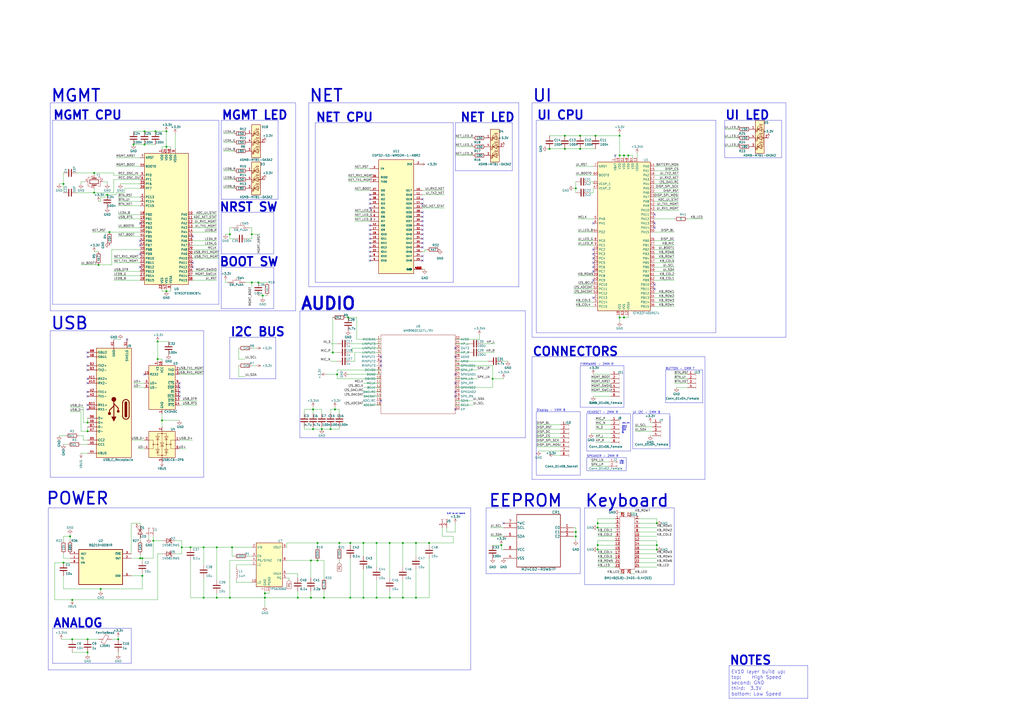
<source format=kicad_sch>
(kicad_sch (version 20230121) (generator eeschema)
  (paper "A2")
  (title_block (title "EV9 - FINN BERG") (date "2023-10-02") (company "CISCO SYSTEMS"))
  (junction (at 172.72 346.71))
  (junction (at 346.71 318.77))
  (junction (at 180.34 325.12))
  (junction (at 152.4 171.45))
  (junction (at 96.52 168.91))
  (junction (at 82.55 334.01))
  (junction (at 334.01 109.22))
  (junction (at 50.8 378.46))
  (junction (at 58.42 341.63))
  (junction (at 149.86 163.83))
  (junction (at 184.15 314.96))
  (junction (at 54.61 111.76))
  (junction (at 210.82 314.96))
  (junction (at 241.3 314.96))
  (junction (at 346.71 316.23))
  (junction (at 346.71 303.53))
  (junction (at 57.15 153.67))
  (junction (at 226.06 314.96))
  (junction (at 194.31 237.49))
  (junction (at 77.47 83.82))
  (junction (at 345.44 78.74))
  (junction (at 81.28 323.85))
  (junction (at 336.55 86.36))
  (junction (at 359.41 90.17))
  (junction (at 96.52 85.09))
  (junction (at 359.41 184.15))
  (junction (at 133.35 135.89))
  (junction (at 218.44 346.71))
  (junction (at 82.55 323.85))
  (junction (at 118.11 317.5))
  (junction (at 153.67 344.17))
  (junction (at 327.66 78.74))
  (junction (at 153.67 346.71))
  (junction (at 181.61 248.92))
  (junction (at 381 316.23))
  (junction (at 290.83 316.23))
  (junction (at 203.2 346.71))
  (junction (at 181.61 237.49))
  (junction (at 233.68 346.71))
  (junction (at 50.8 370.84))
  (junction (at 210.82 346.71))
  (junction (at 334.01 308.61))
  (junction (at 361.95 90.17))
  (junction (at 327.66 86.36))
  (junction (at 125.73 346.71))
  (junction (at 285.75 219.71))
  (junction (at 50.8 245.11))
  (junction (at 381 318.77))
  (junction (at 90.17 76.2))
  (junction (at 133.35 346.71))
  (junction (at 336.55 78.74))
  (junction (at 68.58 370.84))
  (junction (at 118.11 346.71))
  (junction (at 105.41 317.5))
  (junction (at 334.01 311.15))
  (junction (at 41.91 347.98))
  (junction (at 195.58 217.17))
  (junction (at 134.62 317.5))
  (junction (at 248.92 314.96))
  (junction (at 201.93 184.15))
  (junction (at 180.34 346.71))
  (junction (at 40.64 311.15))
  (junction (at 96.52 76.2))
  (junction (at 125.73 317.5))
  (junction (at 187.96 346.71))
  (junction (at 62.23 113.03))
  (junction (at 63.5 134.62))
  (junction (at 196.85 314.96))
  (junction (at 88.9 313.69))
  (junction (at 184.15 325.12))
  (junction (at 83.82 76.2))
  (junction (at 203.2 314.96))
  (junction (at 146.05 135.89))
  (junction (at 191.77 248.92))
  (junction (at 50.8 250.19))
  (junction (at 318.77 86.36))
  (junction (at 110.49 317.5))
  (junction (at 241.3 346.71))
  (junction (at 193.04 204.47))
  (junction (at 36.83 106.68))
  (junction (at 93.98 243.84))
  (junction (at 83.82 83.82))
  (junction (at 346.71 306.07))
  (junction (at 359.41 78.74))
  (junction (at 41.91 370.84))
  (junction (at 381 303.53))
  (junction (at 226.06 346.71))
  (junction (at 361.95 184.15))
  (junction (at 146.05 163.83))
  (junction (at 233.68 314.96))
  (junction (at 218.44 314.96))
  (junction (at 364.49 90.17))
  (junction (at 91.44 208.28))
  (junction (at 36.83 326.39))
  (junction (at 54.61 100.33))
  (junction (at 91.44 198.12))
  (junction (at 186.69 248.92))
  (no_connect (at 104.14 222.25))
  (no_connect (at 379.73 132.08))
  (no_connect (at 111.76 152.4))
  (no_connect (at 344.17 172.72))
  (no_connect (at 50.8 207.01))
  (no_connect (at 214.63 113.03))
  (no_connect (at 245.11 148.59))
  (no_connect (at 245.11 133.35))
  (no_connect (at 344.17 154.94))
  (no_connect (at 81.28 154.94))
  (no_connect (at 111.76 154.94))
  (no_connect (at 214.63 151.13))
  (no_connect (at 50.8 222.25))
  (no_connect (at 344.17 162.56))
  (no_connect (at 264.16 237.49))
  (no_connect (at 245.11 128.27))
  (no_connect (at 344.17 152.4))
  (no_connect (at 220.98 232.41))
  (no_connect (at 214.63 146.05))
  (no_connect (at 214.63 118.11))
  (no_connect (at 245.11 135.89))
  (no_connect (at 81.28 142.24))
  (no_connect (at 50.8 212.09))
  (no_connect (at 50.8 234.95))
  (no_connect (at 50.8 214.63))
  (no_connect (at 214.63 133.35))
  (no_connect (at 245.11 118.11))
  (no_connect (at 214.63 148.59))
  (no_connect (at 50.8 219.71))
  (no_connect (at 245.11 130.81))
  (no_connect (at 214.63 140.97))
  (no_connect (at 245.11 143.51))
  (no_connect (at 83.82 217.17))
  (no_connect (at 264.16 229.87))
  (no_connect (at 73.66 196.85))
  (no_connect (at 220.98 209.55))
  (no_connect (at 264.16 217.17))
  (no_connect (at 344.17 149.86))
  (no_connect (at 245.11 138.43))
  (no_connect (at 379.73 129.54))
  (no_connect (at 214.63 135.89))
  (no_connect (at 379.73 167.64))
  (no_connect (at 356.87 90.17))
  (no_connect (at 214.63 138.43))
  (no_connect (at 104.14 229.87))
  (no_connect (at 344.17 157.48))
  (no_connect (at 50.8 227.33))
  (no_connect (at 81.28 129.54))
  (no_connect (at 50.8 229.87))
  (no_connect (at 220.98 207.01))
  (no_connect (at 214.63 120.65))
  (no_connect (at 245.11 115.57))
  (no_connect (at 264.16 227.33))
  (no_connect (at 344.17 144.78))
  (no_connect (at 81.28 147.32))
  (no_connect (at 245.11 125.73))
  (no_connect (at 245.11 151.13))
  (no_connect (at 292.1 303.53))
  (no_connect (at 379.73 124.46))
  (no_connect (at 104.14 224.79))
  (no_connect (at 214.63 143.51))
  (no_connect (at 264.16 207.01))
  (no_connect (at 50.8 237.49))
  (no_connect (at 214.63 130.81))
  (no_connect (at 264.16 201.93))
  (no_connect (at 220.98 212.09))
  (no_connect (at 245.11 140.97))
  (no_connect (at 264.16 222.25))
  (no_connect (at 245.11 123.19))
  (no_connect (at 214.63 115.57))
  (no_connect (at 111.76 137.16))
  (no_connect (at 104.14 227.33))
  (no_connect (at 81.28 139.7))
  (no_connect (at 344.17 147.32))
  (no_connect (at 344.17 129.54))
  (no_connect (at 379.73 165.1))
  (no_connect (at 50.8 204.47))
  (wire (pts (xy 346.71 313.69) (xy 346.71 316.23)))
  (wire (pts (xy 346.71 323.85) (xy 356.87 323.85)))
  (wire (pts (xy 359.41 297.18) (xy 361.95 297.18)))
  (polyline (pts (xy 118.11 276.86) (xy 29.21 276.86)))
  (wire (pts (xy 111.76 160.02) (xy 125.73 160.02)))
  (wire (pts (xy 48.26 236.22) (xy 40.64 236.22)))
  (polyline (pts (xy 407.67 214.63) (xy 407.67 233.68)))
  (wire (pts (xy 76.2 255.27) (xy 83.82 255.27)))
  (polyline (pts (xy 264.16 71.12) (xy 297.18 71.12)))
  (wire (pts (xy 285.75 212.09) (xy 285.75 219.71)))
  (wire (pts (xy 167.64 335.28) (xy 166.37 335.28)))
  (wire (pts (xy 36.83 311.15) (xy 40.64 311.15)))
  (wire (pts (xy 83.82 83.82) (xy 90.17 83.82)))
  (wire (pts (xy 129.54 99.06) (xy 135.89 99.06)))
  (wire (pts (xy 204.47 201.93) (xy 204.47 204.47)))
  (wire (pts (xy 99.06 168.91) (xy 96.52 168.91)))
  (wire (pts (xy 391.16 219.71) (xy 398.78 219.71)))
  (wire (pts (xy 359.41 184.15) (xy 361.95 184.15)))
  (wire (pts (xy 334.01 308.61) (xy 334.01 311.15)))
  (wire (pts (xy 86.36 311.15) (xy 86.36 312.42)))
  (wire (pts (xy 256.54 311.15) (xy 256.54 306.07)))
  (polyline (pts (xy 308.61 195.58) (xy 308.61 59.69)))
  (wire (pts (xy 146.05 325.12) (xy 133.35 325.12)))
  (wire (pts (xy 105.41 317.5) (xy 105.41 321.31)))
  (wire (pts (xy 148.59 212.09) (xy 146.05 212.09)))
  (wire (pts (xy 332.74 109.22) (xy 334.01 109.22)))
  (wire (pts (xy 111.76 147.32) (xy 127 147.32)))
  (polyline (pts (xy 27.94 294.64) (xy 31.75 294.64)))
  (wire (pts (xy 46.99 250.19) (xy 46.99 238.76)))
  (wire (pts (xy 96.52 85.09) (xy 96.52 76.2)))
  (wire (pts (xy 233.68 346.71) (xy 241.3 346.71)))
  (wire (pts (xy 335.28 142.24) (xy 344.17 142.24)))
  (wire (pts (xy 336.55 86.36) (xy 345.44 86.36)))
  (wire (pts (xy 246.38 144.78) (xy 246.38 146.05)))
  (wire (pts (xy 379.73 104.14) (xy 393.7 104.14)))
  (polyline (pts (xy 300.99 166.37) (xy 179.07 166.37)))
  (wire (pts (xy 125.73 346.71) (xy 133.35 346.71)))
  (wire (pts (xy 205.74 97.79) (xy 214.63 97.79)))
  (wire (pts (xy 132.08 163.83) (xy 130.81 163.83)))
  (polyline (pts (xy 336.55 212.09) (xy 361.95 212.09)))
  (polyline (pts (xy 336.55 275.59) (xy 311.15 275.59)))
  (wire (pts (xy 172.72 342.9) (xy 172.72 346.71)))
  (wire (pts (xy 342.9 222.25) (xy 354.33 222.25)))
  (wire (pts (xy 346.71 328.93) (xy 356.87 328.93)))
  (wire (pts (xy 146.05 201.93) (xy 148.59 201.93)))
  (wire (pts (xy 59.69 105.41) (xy 62.23 105.41)))
  (wire (pts (xy 41.91 378.46) (xy 50.8 378.46)))
  (wire (pts (xy 133.35 325.12) (xy 133.35 346.71)))
  (wire (pts (xy 39.37 257.81) (xy 36.83 257.81)))
  (wire (pts (xy 359.41 182.88) (xy 359.41 184.15)))
  (wire (pts (xy 241.3 346.71) (xy 248.92 346.71)))
  (wire (pts (xy 46.99 262.89) (xy 50.8 262.89)))
  (wire (pts (xy 220.98 217.17) (xy 201.93 217.17)))
  (wire (pts (xy 31.75 326.39) (xy 36.83 326.39)))
  (wire (pts (xy 60.96 113.03) (xy 62.23 113.03)))
  (polyline (pts (xy 273.05 388.62) (xy 27.94 388.62)))
  (wire (pts (xy 101.6 77.47) (xy 101.6 86.36)))
  (wire (pts (xy 193.04 184.15) (xy 193.04 204.47)))
  (wire (pts (xy 110.49 325.12) (xy 110.49 346.71)))
  (wire (pts (xy 210.82 222.25) (xy 220.98 222.25)))
  (wire (pts (xy 264.16 209.55) (xy 283.21 209.55)))
  (polyline (pts (xy 421.64 69.85) (xy 453.39 69.85)))
  (wire (pts (xy 245.11 156.21) (xy 246.38 156.21)))
  (wire (pts (xy 191.77 199.39) (xy 195.58 199.39)))
  (wire (pts (xy 191.77 247.65) (xy 191.77 248.92)))
  (wire (pts (xy 77.47 83.82) (xy 83.82 83.82)))
  (wire (pts (xy 344.17 106.68) (xy 344.17 105.41)))
  (polyline (pts (xy 118.11 191.77) (xy 118.11 276.86)))
  (wire (pts (xy 262.89 311.15) (xy 262.89 314.96)))
  (wire (pts (xy 49.53 105.41) (xy 46.99 105.41)))
  (polyline (pts (xy 304.8 254) (xy 304.8 180.34)))
  (wire (pts (xy 218.44 328.93) (xy 218.44 314.96)))
  (wire (pts (xy 245.11 120.65) (xy 257.81 120.65)))
  (wire (pts (xy 111.76 134.62) (xy 125.73 134.62)))
  (wire (pts (xy 379.73 127) (xy 391.16 127)))
  (wire (pts (xy 327.66 78.74) (xy 336.55 78.74)))
  (wire (pts (xy 176.53 248.92) (xy 181.61 248.92)))
  (wire (pts (xy 45.72 252.73) (xy 48.26 252.73)))
  (wire (pts (xy 334.01 96.52) (xy 344.17 96.52)))
  (wire (pts (xy 76.2 334.01) (xy 82.55 334.01)))
  (polyline (pts (xy 415.29 193.04) (xy 415.29 69.85)))
  (wire (pts (xy 96.52 85.09) (xy 96.52 86.36)))
  (wire (pts (xy 166.37 325.12) (xy 180.34 325.12)))
  (wire (pts (xy 379.73 101.6) (xy 393.7 101.6)))
  (wire (pts (xy 345.44 256.54) (xy 354.33 256.54)))
  (wire (pts (xy 346.71 311.15) (xy 356.87 311.15)))
  (wire (pts (xy 205.74 110.49) (xy 214.63 110.49)))
  (wire (pts (xy 50.8 370.84) (xy 57.15 370.84)))
  (wire (pts (xy 31.75 326.39) (xy 31.75 347.98)))
  (wire (pts (xy 36.83 313.69) (xy 36.83 311.15)))
  (wire (pts (xy 153.67 342.9) (xy 153.67 344.17)))
  (wire (pts (xy 345.44 78.74) (xy 359.41 78.74)))
  (wire (pts (xy 34.29 252.73) (xy 38.1 252.73)))
  (wire (pts (xy 187.96 342.9) (xy 187.96 346.71)))
  (wire (pts (xy 392.43 224.79) (xy 398.78 224.79)))
  (wire (pts (xy 133.35 346.71) (xy 153.67 346.71)))
  (polyline (pts (xy 391.16 294.64) (xy 339.09 294.64)))
  (wire (pts (xy 196.85 237.49) (xy 194.31 237.49)))
  (wire (pts (xy 210.82 322.58) (xy 210.82 314.96)))
  (wire (pts (xy 379.73 154.94) (xy 391.16 154.94)))
  (wire (pts (xy 64.77 144.78) (xy 64.77 153.67)))
  (wire (pts (xy 58.42 114.3) (xy 60.96 114.3)))
  (wire (pts (xy 264.16 214.63) (xy 276.86 214.63)))
  (wire (pts (xy 184.15 314.96) (xy 196.85 314.96)))
  (wire (pts (xy 129.54 77.47) (xy 135.89 77.47)))
  (wire (pts (xy 204.47 201.93) (xy 220.98 201.93)))
  (wire (pts (xy 138.43 218.44) (xy 142.24 218.44)))
  (wire (pts (xy 104.14 234.95) (xy 114.3 234.95)))
  (wire (pts (xy 259.08 306.07) (xy 259.08 308.61)))
  (wire (pts (xy 53.34 134.62) (xy 63.5 134.62)))
  (wire (pts (xy 346.71 318.77) (xy 356.87 318.77)))
  (wire (pts (xy 335.28 139.7) (xy 344.17 139.7)))
  (wire (pts (xy 359.41 90.17) (xy 361.95 90.17)))
  (wire (pts (xy 135.89 138.43) (xy 133.35 138.43)))
  (wire (pts (xy 346.71 316.23) (xy 346.71 318.77)))
  (wire (pts (xy 196.85 237.49) (xy 196.85 240.03)))
  (wire (pts (xy 226.06 314.96) (xy 233.68 314.96)))
  (wire (pts (xy 111.76 162.56) (xy 125.73 162.56)))
  (wire (pts (xy 334.01 109.22) (xy 334.01 111.76)))
  (polyline (pts (xy 30.48 370.84) (xy 30.48 384.81)))
  (polyline (pts (xy 365.76 261.62) (xy 340.36 261.62)))
  (wire (pts (xy 264.16 212.09) (xy 285.75 212.09)))
  (wire (pts (xy 210.82 330.2) (xy 210.82 346.71)))
  (wire (pts (xy 96.52 167.64) (xy 96.52 168.91)))
  (polyline (pts (xy 161.29 115.57) (xy 128.27 115.57)))
  (wire (pts (xy 166.37 314.96) (xy 184.15 314.96)))
  (polyline (pts (xy 311.15 238.76) (xy 336.55 238.76)))
  (wire (pts (xy 359.41 184.15) (xy 359.41 186.69)))
  (wire (pts (xy 210.82 227.33) (xy 220.98 227.33)))
  (polyline (pts (xy 128.27 69.85) (xy 161.29 69.85)))
  (wire (pts (xy 134.62 322.58) (xy 135.89 322.58)))
  (polyline (pts (xy 160.02 219.71) (xy 160.02 195.58)))
  (wire (pts (xy 191.77 237.49) (xy 191.77 240.03)))
  (polyline (pts (xy 27.94 388.62) (xy 27.94 294.64)))
  (wire (pts (xy 332.74 308.61) (xy 334.01 308.61)))
  (wire (pts (xy 218.44 314.96) (xy 226.06 314.96)))
  (wire (pts (xy 245.11 110.49) (xy 257.81 110.49)))
  (wire (pts (xy 245.11 113.03) (xy 257.81 113.03)))
  (wire (pts (xy 346.71 316.23) (xy 356.87 316.23)))
  (wire (pts (xy 398.78 127) (xy 407.67 127)))
  (wire (pts (xy 391.16 222.25) (xy 398.78 222.25)))
  (wire (pts (xy 427.99 85.09) (xy 420.37 85.09)))
  (wire (pts (xy 82.55 332.74) (xy 82.55 334.01)))
  (wire (pts (xy 226.06 346.71) (xy 233.68 346.71)))
  (wire (pts (xy 318.77 78.74) (xy 327.66 78.74)))
  (wire (pts (xy 344.17 229.87) (xy 354.33 229.87)))
  (wire (pts (xy 370.84 300.99) (xy 381 300.99)))
  (wire (pts (xy 176.53 237.49) (xy 176.53 240.03)))
  (polyline (pts (xy 422.91 386.08) (xy 468.63 386.08)))
  (wire (pts (xy 76.2 303.53) (xy 76.2 321.31)))
  (wire (pts (xy 77.47 222.25) (xy 83.82 222.25)))
  (wire (pts (xy 35.56 370.84) (xy 41.91 370.84)))
  (wire (pts (xy 129.54 87.63) (xy 135.89 87.63)))
  (wire (pts (xy 67.31 111.76) (xy 67.31 113.03)))
  (polyline (pts (xy 308.61 278.13) (xy 308.61 207.01)))
  (wire (pts (xy 153.67 344.17) (xy 153.67 346.71)))
  (wire (pts (xy 427.99 74.93) (xy 420.37 74.93)))
  (wire (pts (xy 152.4 171.45) (xy 154.94 171.45)))
  (wire (pts (xy 379.73 172.72) (xy 391.16 172.72)))
  (wire (pts (xy 359.41 77.47) (xy 359.41 78.74)))
  (wire (pts (xy 50.8 250.19) (xy 46.99 250.19)))
  (polyline (pts (xy 304.8 180.34) (xy 181.61 180.34)))
  (wire (pts (xy 201.93 105.41) (xy 214.63 105.41)))
  (wire (pts (xy 125.73 317.5) (xy 134.62 317.5)))
  (wire (pts (xy 80.01 260.35) (xy 83.82 260.35)))
  (polyline (pts (xy 342.9 240.03) (xy 365.76 240.03)))
  (wire (pts (xy 91.44 321.31) (xy 93.98 321.31)))
  (wire (pts (xy 218.44 336.55) (xy 218.44 346.71)))
  (wire (pts (xy 248.92 346.71) (xy 248.92 323.85)))
  (wire (pts (xy 334.01 177.8) (xy 344.17 177.8)))
  (wire (pts (xy 207.01 196.85) (xy 220.98 196.85)))
  (wire (pts (xy 172.72 332.74) (xy 166.37 332.74)))
  (wire (pts (xy 361.95 90.17) (xy 364.49 90.17)))
  (wire (pts (xy 205.74 204.47) (xy 205.74 209.55)))
  (wire (pts (xy 345.44 243.84) (xy 354.33 243.84)))
  (wire (pts (xy 93.98 208.28) (xy 93.98 209.55)))
  (wire (pts (xy 274.32 85.09) (xy 264.16 85.09)))
  (wire (pts (xy 210.82 229.87) (xy 220.98 229.87)))
  (wire (pts (xy 203.2 199.39) (xy 220.98 199.39)))
  (wire (pts (xy 81.28 144.78) (xy 64.77 144.78)))
  (wire (pts (xy 379.73 116.84) (xy 393.7 116.84)))
  (wire (pts (xy 186.69 248.92) (xy 186.69 247.65)))
  (wire (pts (xy 332.74 306.07) (xy 334.01 306.07)))
  (wire (pts (xy 36.83 341.63) (xy 36.83 334.01)))
  (wire (pts (xy 318.77 86.36) (xy 327.66 86.36)))
  (wire (pts (xy 46.99 153.67) (xy 57.15 153.67)))
  (polyline (pts (xy 408.94 278.13) (xy 308.61 278.13)))
  (wire (pts (xy 144.78 132.08) (xy 146.05 132.08)))
  (polyline (pts (xy 336.55 236.22) (xy 336.55 212.09)))
  (polyline (pts (xy 297.18 99.06) (xy 264.16 99.06)))
  (wire (pts (xy 181.61 237.49) (xy 176.53 237.49)))
  (wire (pts (xy 379.73 147.32) (xy 391.16 147.32)))
  (wire (pts (xy 364.49 90.17) (xy 364.49 91.44)))
  (polyline (pts (xy 297.18 71.12) (xy 297.18 99.06)))
  (wire (pts (xy 118.11 317.5) (xy 125.73 317.5)))
  (wire (pts (xy 290.83 318.77) (xy 290.83 316.23)))
  (polyline (pts (xy 453.39 69.85) (xy 453.39 91.44)))
  (wire (pts (xy 68.58 114.3) (xy 81.28 114.3)))
  (wire (pts (xy 110.49 317.5) (xy 118.11 317.5)))
  (wire (pts (xy 88.9 313.69) (xy 93.98 313.69)))
  (wire (pts (xy 68.58 124.46) (xy 81.28 124.46)))
  (wire (pts (xy 207.01 196.85) (xy 207.01 184.15)))
  (wire (pts (xy 68.58 378.46) (xy 68.58 379.73)))
  (wire (pts (xy 259.08 308.61) (xy 264.16 308.61)))
  (wire (pts (xy 186.69 237.49) (xy 181.61 237.49)))
  (wire (pts (xy 186.69 237.49) (xy 186.69 240.03)))
  (wire (pts (xy 344.17 111.76) (xy 341.63 111.76)))
  (wire (pts (xy 359.41 332.74) (xy 361.95 332.74)))
  (wire (pts (xy 130.81 163.83) (xy 130.81 162.56)))
  (wire (pts (xy 93.98 243.84) (xy 93.98 247.65)))
  (wire (pts (xy 200.66 184.15) (xy 201.93 184.15)))
  (wire (pts (xy 69.85 106.68) (xy 81.28 106.68)))
  (wire (pts (xy 105.41 313.69) (xy 105.41 317.5)))
  (wire (pts (xy 332.74 311.15) (xy 334.01 311.15)))
  (polyline (pts (xy 339.09 339.09) (xy 391.16 339.09)))
  (wire (pts (xy 334.01 306.07) (xy 334.01 308.61)))
  (wire (pts (xy 83.82 76.2) (xy 90.17 76.2)))
  (wire (pts (xy 370.84 323.85) (xy 381 323.85)))
  (wire (pts (xy 91.44 198.12) (xy 97.79 198.12)))
  (wire (pts (xy 346.71 321.31) (xy 356.87 321.31)))
  (wire (pts (xy 195.58 214.63) (xy 220.98 214.63)))
  (wire (pts (xy 243.84 95.25) (xy 245.11 95.25)))
  (wire (pts (xy 64.77 370.84) (xy 68.58 370.84)))
  (wire (pts (xy 118.11 327.66) (xy 118.11 317.5)))
  (wire (pts (xy 152.4 172.72) (xy 152.4 171.45)))
  (wire (pts (xy 379.73 157.48) (xy 391.16 157.48)))
  (wire (pts (xy 205.74 125.73) (xy 214.63 125.73)))
  (wire (pts (xy 379.73 119.38) (xy 393.7 119.38)))
  (wire (pts (xy 368.3 332.74) (xy 365.76 332.74)))
  (wire (pts (xy 370.84 308.61) (xy 381 308.61)))
  (wire (pts (xy 332.74 170.18) (xy 344.17 170.18)))
  (wire (pts (xy 41.91 347.98) (xy 91.44 347.98)))
  (wire (pts (xy 69.85 196.85) (xy 66.04 196.85)))
  (wire (pts (xy 391.16 217.17) (xy 398.78 217.17)))
  (wire (pts (xy 205.74 204.47) (xy 220.98 204.47)))
  (wire (pts (xy 318.77 86.36) (xy 317.5 86.36)))
  (wire (pts (xy 361.95 90.17) (xy 361.95 91.44)))
  (wire (pts (xy 125.73 336.55) (xy 125.73 317.5)))
  (wire (pts (xy 346.71 300.99) (xy 356.87 300.99)))
  (wire (pts (xy 226.06 335.28) (xy 226.06 314.96)))
  (wire (pts (xy 196.85 247.65) (xy 196.85 248.92)))
  (wire (pts (xy 111.76 129.54) (xy 125.73 129.54)))
  (wire (pts (xy 54.61 100.33) (xy 54.61 101.6)))
  (polyline (pts (xy 304.8 254) (xy 173.99 254)))
  (wire (pts (xy 138.43 212.09) (xy 138.43 218.44)))
  (wire (pts (xy 93.98 85.09) (xy 96.52 85.09)))
  (wire (pts (xy 344.17 105.41) (xy 341.63 105.41)))
  (wire (pts (xy 44.45 111.76) (xy 54.61 111.76)))
  (wire (pts (xy 342.9 270.51) (xy 353.06 270.51)))
  (wire (pts (xy 193.04 204.47) (xy 195.58 204.47)))
  (wire (pts (xy 346.71 300.99) (xy 346.71 303.53)))
  (wire (pts (xy 146.05 163.83) (xy 149.86 163.83)))
  (wire (pts (xy 99.06 85.09) (xy 96.52 85.09)))
  (wire (pts (xy 248.92 314.96) (xy 262.89 314.96)))
  (wire (pts (xy 66.04 149.86) (xy 81.28 149.86)))
  (wire (pts (xy 93.98 240.03) (xy 93.98 243.84)))
  (wire (pts (xy 142.24 163.83) (xy 146.05 163.83)))
  (polyline (pts (xy 336.55 294.64) (xy 336.55 332.74)))
  (wire (pts (xy 54.61 109.22) (xy 54.61 111.76)))
  (wire (pts (xy 104.14 260.35) (xy 107.95 260.35)))
  (polyline (pts (xy 281.94 294.64) (xy 336.55 294.64)))
  (wire (pts (xy 241.3 330.2) (xy 241.3 346.71)))
  (wire (pts (xy 58.42 341.63) (xy 82.55 341.63)))
  (wire (pts (xy 334.01 175.26) (xy 344.17 175.26)))
  (wire (pts (xy 370.84 313.69) (xy 381 313.69)))
  (wire (pts (xy 292.1 318.77) (xy 290.83 318.77)))
  (wire (pts (xy 153.67 346.71) (xy 172.72 346.71)))
  (wire (pts (xy 66.04 111.76) (xy 54.61 111.76)))
  (polyline (pts (xy 181.61 180.34) (xy 173.99 180.34)))
  (polyline (pts (xy 308.61 207.01) (xy 408.94 207.01)))
  (wire (pts (xy 36.83 106.68) (xy 36.83 111.76)))
  (polyline (pts (xy 29.21 276.86) (xy 29.21 191.77)))
  (polyline (pts (xy 127 69.85) (xy 127 176.53)))
  (wire (pts (xy 327.66 86.36) (xy 336.55 86.36)))
  (wire (pts (xy 111.76 127) (xy 125.73 127)))
  (wire (pts (xy 203.2 346.71) (xy 210.82 346.71)))
  (wire (pts (xy 205.74 209.55) (xy 203.2 209.55)))
  (wire (pts (xy 342.9 251.46) (xy 354.33 251.46)))
  (wire (pts (xy 82.55 325.12) (xy 82.55 323.85)))
  (wire (pts (xy 166.37 314.96) (xy 166.37 317.5)))
  (wire (pts (xy 133.35 138.43) (xy 133.35 135.89)))
  (wire (pts (xy 67.31 91.44) (xy 81.28 91.44)))
  (wire (pts (xy 356.87 91.44) (xy 356.87 90.17)))
  (wire (pts (xy 264.16 303.53) (xy 264.16 308.61)))
  (wire (pts (xy 264.16 219.71) (xy 276.86 219.71)))
  (wire (pts (xy 40.64 311.15) (xy 40.64 309.88)))
  (wire (pts (xy 180.34 342.9) (xy 180.34 346.71)))
  (wire (pts (xy 99.06 167.64) (xy 99.06 168.91)))
  (polyline (pts (xy 420.37 69.85) (xy 421.64 69.85)))
  (wire (pts (xy 93.98 167.64) (xy 93.98 168.91)))
  (polyline (pts (xy 361.95 236.22) (xy 336.55 236.22)))
  (polyline (pts (xy 128.27 69.85) (xy 128.27 115.57)))
  (wire (pts (xy 36.83 321.31) (xy 36.83 323.85)))
  (wire (pts (xy 204.47 204.47) (xy 203.2 204.47)))
  (wire (pts (xy 36.83 106.68) (xy 34.29 106.68)))
  (wire (pts (xy 370.84 316.23) (xy 381 316.23)))
  (wire (pts (xy 210.82 234.95) (xy 220.98 234.95)))
  (wire (pts (xy 369.57 88.9) (xy 369.57 91.44)))
  (wire (pts (xy 76.2 323.85) (xy 81.28 323.85)))
  (wire (pts (xy 359.41 90.17) (xy 359.41 91.44)))
  (wire (pts (xy 180.34 346.71) (xy 187.96 346.71)))
  (wire (pts (xy 311.15 256.54) (xy 325.12 256.54)))
  (wire (pts (xy 90.17 76.2) (xy 96.52 76.2)))
  (polyline (pts (xy 311.15 193.04) (xy 415.29 193.04)))
  (wire (pts (xy 241.3 314.96) (xy 248.92 314.96)))
  (wire (pts (xy 361.95 184.15) (xy 364.49 184.15)))
  (polyline (pts (xy 363.22 265.43) (xy 363.22 273.05)))
  (wire (pts (xy 345.44 254) (xy 354.33 254)))
  (polyline (pts (xy 76.2 364.49) (xy 30.48 364.49)))
  (wire (pts (xy 342.9 219.71) (xy 354.33 219.71)))
  (wire (pts (xy 379.73 144.78) (xy 391.16 144.78)))
  (wire (pts (xy 194.31 237.49) (xy 191.77 237.49)))
  (polyline (pts (xy 311.15 238.76) (xy 311.15 275.59)))
  (wire (pts (xy 77.47 76.2) (xy 83.82 76.2)))
  (wire (pts (xy 44.45 100.33) (xy 54.61 100.33)))
  (polyline (pts (xy 262.89 163.83) (xy 262.89 71.12)))
  (wire (pts (xy 176.53 247.65) (xy 176.53 248.92)))
  (wire (pts (xy 346.71 313.69) (xy 356.87 313.69)))
  (wire (pts (xy 156.21 344.17) (xy 153.67 344.17)))
  (polyline (pts (xy 171.45 180.34) (xy 29.21 180.34)))
  (polyline (pts (xy 339.09 294.64) (xy 339.09 294.64)))
  (wire (pts (xy 181.61 247.65) (xy 181.61 248.92)))
  (wire (pts (xy 379.73 134.62) (xy 391.16 134.62)))
  (wire (pts (xy 58.42 342.9) (xy 58.42 341.63)))
  (wire (pts (xy 264.16 199.39) (xy 271.78 199.39)))
  (polyline (pts (xy 455.93 195.58) (xy 308.61 195.58)))
  (wire (pts (xy 50.8 245.11) (xy 48.26 245.11)))
  (polyline (pts (xy 340.36 273.05) (xy 340.36 265.43)))
  (wire (pts (xy 72.39 111.76) (xy 67.31 111.76)))
  (polyline (pts (xy 76.2 384.81) (xy 76.2 364.49)))
  (wire (pts (xy 48.26 255.27) (xy 50.8 255.27)))
  (wire (pts (xy 105.41 321.31) (xy 101.6 321.31)))
  (polyline (pts (xy 160.02 195.58) (xy 133.35 195.58)))
  (wire (pts (xy 334.01 311.15) (xy 334.01 313.69)))
  (wire (pts (xy 91.44 208.28) (xy 93.98 208.28)))
  (polyline (pts (xy 29.21 191.77) (xy 118.11 191.77)))
  (wire (pts (xy 285.75 219.71) (xy 285.75 224.79)))
  (wire (pts (xy 335.28 127) (xy 344.17 127)))
  (wire (pts (xy 311.15 251.46) (xy 325.12 251.46)))
  (wire (pts (xy 335.28 165.1) (xy 344.17 165.1)))
  (wire (pts (xy 248.92 316.23) (xy 248.92 314.96)))
  (wire (pts (xy 41.91 370.84) (xy 50.8 370.84)))
  (wire (pts (xy 195.58 214.63) (xy 195.58 217.17)))
  (wire (pts (xy 361.95 182.88) (xy 361.95 184.15)))
  (polyline (pts (xy 408.94 207.01) (xy 408.94 278.13)))
  (wire (pts (xy 91.44 198.12) (xy 91.44 208.28)))
  (wire (pts (xy 153.67 346.71) (xy 153.67 351.79)))
  (wire (pts (xy 334.01 101.6) (xy 344.17 101.6)))
  (polyline (pts (xy 133.35 219.71) (xy 160.02 219.71)))
  (wire (pts (xy 91.44 208.28) (xy 91.44 209.55)))
  (wire (pts (xy 66.04 100.33) (xy 54.61 100.33)))
  (polyline (pts (xy 365.76 240.03) (xy 365.76 261.62)))
  (polyline (pts (xy 388.62 260.35) (xy 367.03 260.35)))
  (wire (pts (xy 66.04 152.4) (xy 81.28 152.4)))
  (wire (pts (xy 346.71 308.61) (xy 356.87 308.61)))
  (wire (pts (xy 342.9 224.79) (xy 354.33 224.79)))
  (polyline (pts (xy 311.15 69.85) (xy 415.29 69.85)))
  (wire (pts (xy 196.85 314.96) (xy 196.85 317.5)))
  (wire (pts (xy 370.84 303.53) (xy 381 303.53)))
  (wire (pts (xy 143.51 138.43) (xy 146.05 138.43)))
  (wire (pts (xy 111.76 142.24) (xy 125.73 142.24)))
  (wire (pts (xy 118.11 346.71) (xy 125.73 346.71)))
  (wire (pts (xy 66.04 101.6) (xy 81.28 101.6)))
  (wire (pts (xy 195.58 219.71) (xy 220.98 219.71)))
  (polyline (pts (xy 273.05 294.64) (xy 273.05 388.62)))
  (wire (pts (xy 370.84 306.07) (xy 381 306.07)))
  (polyline (pts (xy 179.07 166.37) (xy 179.07 59.69)))
  (wire (pts (xy 226.06 342.9) (xy 226.06 346.71)))
  (wire (pts (xy 187.96 346.71) (xy 203.2 346.71)))
  (wire (pts (xy 40.64 313.69) (xy 40.64 311.15)))
  (wire (pts (xy 336.55 78.74) (xy 345.44 78.74)))
  (wire (pts (xy 93.98 168.91) (xy 96.52 168.91)))
  (polyline (pts (xy 453.39 91.44) (xy 420.37 91.44)))
  (wire (pts (xy 68.58 127) (xy 81.28 127)))
  (wire (pts (xy 370.84 321.31) (xy 381 321.31)))
  (wire (pts (xy 149.86 171.45) (xy 152.4 171.45)))
  (wire (pts (xy 66.04 162.56) (xy 81.28 162.56)))
  (wire (pts (xy 36.83 100.33) (xy 36.83 106.68)))
  (wire (pts (xy 346.71 303.53) (xy 356.87 303.53)))
  (wire (pts (xy 203.2 314.96) (xy 210.82 314.96)))
  (polyline (pts (xy 171.45 59.69) (xy 171.45 180.34)))
  (wire (pts (xy 379.73 106.68) (xy 393.7 106.68)))
  (wire (pts (xy 247.65 144.78) (xy 246.38 144.78)))
  (wire (pts (xy 379.73 96.52) (xy 393.7 96.52)))
  (wire (pts (xy 66.04 157.48) (xy 81.28 157.48)))
  (wire (pts (xy 345.44 246.38) (xy 354.33 246.38)))
  (wire (pts (xy 36.83 326.39) (xy 40.64 326.39)))
  (wire (pts (xy 134.62 317.5) (xy 134.62 322.58)))
  (wire (pts (xy 54.61 146.05) (xy 57.15 146.05)))
  (wire (pts (xy 379.73 160.02) (xy 391.16 160.02)))
  (wire (pts (xy 312.42 261.62) (xy 325.12 261.62)))
  (wire (pts (xy 367.03 90.17) (xy 367.03 91.44)))
  (wire (pts (xy 379.73 170.18) (xy 391.16 170.18)))
  (wire (pts (xy 379.73 152.4) (xy 391.16 152.4)))
  (wire (pts (xy 335.28 160.02) (xy 344.17 160.02)))
  (polyline (pts (xy 173.99 254) (xy 173.99 252.73)))
  (wire (pts (xy 68.58 116.84) (xy 81.28 116.84)))
  (polyline (pts (xy 30.48 364.49) (xy 30.48 370.84)))
  (wire (pts (xy 370.84 328.93) (xy 381 328.93)))
  (wire (pts (xy 66.04 101.6) (xy 66.04 100.33)))
  (polyline (pts (xy 339.09 294.64) (xy 339.09 339.09)))
  (wire (pts (xy 203.2 316.23) (xy 203.2 314.96)))
  (wire (pts (xy 81.28 321.31) (xy 81.28 323.85)))
  (wire (pts (xy 104.14 217.17) (xy 118.11 217.17)))
  (wire (pts (xy 50.8 378.46) (xy 50.8 379.73)))
  (wire (pts (xy 264.16 232.41) (xy 274.32 232.41)))
  (wire (pts (xy 379.73 109.22) (xy 393.7 109.22)))
  (polyline (pts (xy 281.94 332.74) (xy 281.94 294.64)))
  (wire (pts (xy 342.9 227.33) (xy 354.33 227.33)))
  (wire (pts (xy 172.72 346.71) (xy 180.34 346.71)))
  (wire (pts (xy 58.42 341.63) (xy 36.83 341.63)))
  (wire (pts (xy 359.41 78.74) (xy 359.41 90.17)))
  (polyline (pts (xy 30.48 384.81) (xy 76.2 384.81)))
  (wire (pts (xy 111.76 149.86) (xy 127 149.86)))
  (wire (pts (xy 146.05 327.66) (xy 137.16 327.66)))
  (wire (pts (xy 67.31 113.03) (xy 62.23 113.03)))
  (wire (pts (xy 184.15 314.96) (xy 184.15 317.5)))
  (wire (pts (xy 63.5 134.62) (xy 81.28 134.62)))
  (polyline (pts (xy 455.93 59.69) (xy 455.93 195.58)))
  (wire (pts (xy 143.51 322.58) (xy 146.05 322.58)))
  (wire (pts (xy 181.61 237.49) (xy 181.61 240.03)))
  (polyline (pts (xy 340.36 265.43) (xy 363.22 265.43)))
  (polyline (pts (xy 30.48 69.85) (xy 127 69.85)))
  (wire (pts (xy 46.99 257.81) (xy 50.8 257.81)))
  (polyline (pts (xy 367.03 260.35) (xy 367.03 240.03)))
  (wire (pts (xy 66.04 104.14) (xy 66.04 111.76)))
  (wire (pts (xy 93.98 86.36) (xy 93.98 85.09)))
  (wire (pts (xy 68.58 137.16) (xy 81.28 137.16)))
  (wire (pts (xy 46.99 105.41) (xy 46.99 106.68)))
  (wire (pts (xy 246.38 146.05) (xy 245.11 146.05)))
  (wire (pts (xy 62.23 105.41) (xy 62.23 106.68)))
  (wire (pts (xy 364.49 90.17) (xy 367.03 90.17)))
  (wire (pts (xy 290.83 316.23) (xy 285.75 316.23)))
  (wire (pts (xy 129.54 104.14) (xy 135.89 104.14)))
  (wire (pts (xy 181.61 248.92) (xy 186.69 248.92)))
  (wire (pts (xy 146.05 132.08) (xy 146.05 135.89)))
  (wire (pts (xy 368.3 297.18) (xy 365.76 297.18)))
  (wire (pts (xy 264.16 234.95) (xy 274.32 234.95)))
  (wire (pts (xy 311.15 259.08) (xy 325.12 259.08)))
  (wire (pts (xy 57.15 153.67) (xy 64.77 153.67)))
  (wire (pts (xy 125.73 344.17) (xy 125.73 346.71)))
  (polyline (pts (xy 391.16 339.09) (xy 391.16 294.64)))
  (wire (pts (xy 68.58 119.38) (xy 81.28 119.38)))
  (polyline (pts (xy 386.08 214.63) (xy 407.67 214.63)))
  (wire (pts (xy 377.19 252.73) (xy 378.46 252.73)))
  (wire (pts (xy 364.49 182.88) (xy 364.49 184.15)))
  (wire (pts (xy 187.96 335.28) (xy 187.96 325.12)))
  (wire (pts (xy 110.49 346.71) (xy 118.11 346.71)))
  (wire (pts (xy 129.54 109.22) (xy 135.89 109.22)))
  (wire (pts (xy 138.43 201.93) (xy 138.43 208.28)))
  (polyline (pts (xy 173.99 180.34) (xy 173.99 252.73)))
  (polyline (pts (xy 388.62 240.03) (xy 388.62 260.35)))
  (wire (pts (xy 379.73 121.92) (xy 393.7 121.92)))
  (wire (pts (xy 88.9 313.69) (xy 88.9 311.15)))
  (wire (pts (xy 381 300.99) (xy 381 303.53)))
  (polyline (pts (xy 422.91 386.08) (xy 422.91 405.13)))
  (polyline (pts (xy 182.88 163.83) (xy 262.89 163.83)))
  (wire (pts (xy 278.13 196.85) (xy 278.13 194.31)))
  (wire (pts (xy 379.73 162.56) (xy 391.16 162.56)))
  (wire (pts (xy 46.99 238.76) (xy 40.64 238.76)))
  (wire (pts (xy 66.04 160.02) (xy 81.28 160.02)))
  (wire (pts (xy 111.76 144.78) (xy 125.73 144.78)))
  (wire (pts (xy 81.28 312.42) (xy 81.28 313.69)))
  (polyline (pts (xy 29.21 180.34) (xy 29.21 59.69)))
  (wire (pts (xy 256.54 311.15) (xy 262.89 311.15)))
  (polyline (pts (xy 133.35 195.58) (xy 133.35 219.71)))
  (polyline (pts (xy 340.36 240.03) (xy 342.9 240.03)))
  (polyline (pts (xy 264.16 99.06) (xy 264.16 71.12)))
  (polyline (pts (xy 420.37 91.44) (xy 420.37 69.85)))
  (wire (pts (xy 203.2 323.85) (xy 203.2 346.71)))
  (polyline (pts (xy 367.03 240.03) (xy 388.62 240.03)))
  (wire (pts (xy 194.31 237.49) (xy 194.31 236.22)))
  (wire (pts (xy 99.06 86.36) (xy 99.06 85.09)))
  (wire (pts (xy 311.15 246.38) (xy 325.12 246.38)))
  (polyline (pts (xy 182.88 71.12) (xy 182.88 163.83)))
  (wire (pts (xy 111.76 139.7) (xy 125.73 139.7)))
  (wire (pts (xy 191.77 204.47) (xy 193.04 204.47)))
  (polyline (pts (xy 407.67 233.68) (xy 386.08 233.68)))
  (wire (pts (xy 196.85 314.96) (xy 203.2 314.96)))
  (wire (pts (xy 379.73 175.26) (xy 391.16 175.26)))
  (wire (pts (xy 233.68 336.55) (xy 233.68 346.71)))
  (wire (pts (xy 146.05 138.43) (xy 146.05 135.89)))
  (wire (pts (xy 81.28 303.53) (xy 81.28 304.8)))
  (wire (pts (xy 342.9 267.97) (xy 353.06 267.97)))
  (wire (pts (xy 88.9 323.85) (xy 88.9 313.69)))
  (wire (pts (xy 379.73 139.7) (xy 391.16 139.7)))
  (wire (pts (xy 191.77 209.55) (xy 195.58 209.55)))
  (polyline (pts (xy 182.88 71.12) (xy 262.89 71.12)))
  (polyline (pts (xy 31.75 294.64) (xy 273.05 294.64)))
  (wire (pts (xy 379.73 114.3) (xy 393.7 114.3)))
  (wire (pts (xy 205.74 128.27) (xy 214.63 128.27)))
  (wire (pts (xy 72.39 109.22) (xy 81.28 109.22)))
  (wire (pts (xy 334.01 105.41) (xy 334.01 109.22)))
  (polyline (pts (xy 29.21 59.69) (xy 171.45 59.69)))
  (wire (pts (xy 311.15 248.92) (xy 325.12 248.92)))
  (wire (pts (xy 345.44 248.92) (xy 354.33 248.92)))
  (wire (pts (xy 379.73 177.8) (xy 391.16 177.8)))
  (wire (pts (xy 167.64 335.28) (xy 167.64 336.55)))
  (wire (pts (xy 81.28 323.85) (xy 82.55 323.85)))
  (polyline (pts (xy 161.29 69.85) (xy 161.29 115.57)))
  (wire (pts (xy 111.76 132.08) (xy 125.73 132.08)))
  (wire (pts (xy 57.15 116.84) (xy 58.42 116.84)))
  (wire (pts (xy 118.11 335.28) (xy 118.11 346.71)))
  (wire (pts (xy 321.31 264.16) (xy 325.12 264.16)))
  (wire (pts (xy 48.26 245.11) (xy 48.26 236.22)))
  (polyline (pts (xy 308.61 59.69) (xy 455.93 59.69)))
  (wire (pts (xy 370.84 311.15) (xy 381 311.15)))
  (wire (pts (xy 91.44 347.98) (xy 91.44 321.31)))
  (wire (pts (xy 133.35 132.08) (xy 133.35 135.89)))
  (polyline (pts (xy 340.36 261.62) (xy 340.36 240.03)))
  (wire (pts (xy 104.14 214.63) (xy 118.11 214.63)))
  (wire (pts (xy 233.68 328.93) (xy 233.68 314.96)))
  (wire (pts (xy 146.05 337.82) (xy 137.16 337.82)))
  (wire (pts (xy 218.44 346.71) (xy 226.06 346.71)))
  (wire (pts (xy 67.31 96.52) (xy 81.28 96.52)))
  (wire (pts (xy 379.73 142.24) (xy 391.16 142.24)))
  (wire (pts (xy 284.48 311.15) (xy 292.1 311.15)))
  (wire (pts (xy 368.3 250.19) (xy 378.46 250.19)))
  (wire (pts (xy 104.14 232.41) (xy 114.3 232.41)))
  (wire (pts (xy 181.61 237.49) (xy 181.61 236.22)))
  (wire (pts (xy 133.35 135.89) (xy 130.81 135.89)))
  (wire (pts (xy 284.48 306.07) (xy 292.1 306.07)))
  (wire (pts (xy 381 313.69) (xy 381 316.23)))
  (wire (pts (xy 285.75 219.71) (xy 292.1 219.71)))
  (wire (pts (xy 48.26 252.73) (xy 48.26 255.27)))
  (wire (pts (xy 149.86 163.83) (xy 154.94 163.83)))
  (wire (pts (xy 156.21 342.9) (xy 156.21 344.17)))
  (polyline (pts (xy 179.07 59.69) (xy 300.99 59.69)))
  (polyline (pts (xy 127 176.53) (xy 30.48 176.53)))
  (polyline (pts (xy 361.95 212.09) (xy 361.95 236.22)))
  (wire (pts (xy 201.93 184.15) (xy 207.01 184.15)))
  (wire (pts (xy 138.43 208.28) (xy 142.24 208.28)))
  (wire (pts (xy 290.83 209.55) (xy 294.64 209.55)))
  (wire (pts (xy 111.76 157.48) (xy 125.73 157.48)))
  (polyline (pts (xy 386.08 233.68) (xy 386.08 214.63)))
  (wire (pts (xy 195.58 217.17) (xy 189.23 217.17)))
  (wire (pts (xy 101.6 313.69) (xy 105.41 313.69)))
  (wire (pts (xy 274.32 80.01) (xy 264.16 80.01)))
  (wire (pts (xy 105.41 317.5) (xy 110.49 317.5)))
  (wire (pts (xy 72.39 109.22) (xy 72.39 111.76)))
  (wire (pts (xy 111.76 124.46) (xy 125.73 124.46)))
  (wire (pts (xy 146.05 163.83) (xy 146.05 166.37)))
  (wire (pts (xy 381 316.23) (xy 381 318.77)))
  (wire (pts (xy 137.16 337.82) (xy 137.16 336.55)))
  (wire (pts (xy 346.71 326.39) (xy 356.87 326.39)))
  (wire (pts (xy 82.55 334.01) (xy 82.55 341.63)))
  (wire (pts (xy 264.16 196.85) (xy 278.13 196.85)))
  (wire (pts (xy 180.34 325.12) (xy 180.34 335.28)))
  (wire (pts (xy 195.58 217.17) (xy 195.58 219.71)))
  (wire (pts (xy 274.32 90.17) (xy 264.16 90.17)))
  (wire (pts (xy 104.14 255.27) (xy 111.76 255.27)))
  (wire (pts (xy 77.47 224.79) (xy 83.82 224.79)))
  (wire (pts (xy 379.73 111.76) (xy 393.7 111.76)))
  (wire (pts (xy 344.17 109.22) (xy 344.17 111.76)))
  (polyline (pts (xy 363.22 273.05) (xy 361.95 273.05)))
  (wire (pts (xy 50.8 247.65) (xy 50.8 250.19)))
  (wire (pts (xy 129.54 82.55) (xy 135.89 82.55)))
  (polyline (pts (xy 468.63 386.08) (xy 468.63 405.13)))
  (wire (pts (xy 370.84 318.77) (xy 381 318.77)))
  (wire (pts (xy 344.17 217.17) (xy 354.33 217.17)))
  (wire (pts (xy 264.16 204.47) (xy 271.78 204.47)))
  (wire (pts (xy 377.19 245.11) (xy 378.46 245.11)))
  (wire (pts (xy 210.82 346.71) (xy 218.44 346.71)))
  (wire (pts (xy 134.62 317.5) (xy 146.05 317.5)))
  (wire (pts (xy 311.15 254) (xy 325.12 254)))
  (polyline (pts (xy 311.15 69.85) (xy 311.15 193.04)))
  (polyline (pts (xy 468.63 405.13) (xy 422.91 405.13)))
  (wire (pts (xy 379.73 99.06) (xy 393.7 99.06)))
  (wire (pts (xy 368.3 247.65) (xy 378.46 247.65)))
  (wire (pts (xy 264.16 224.79) (xy 285.75 224.79)))
  (wire (pts (xy 66.04 104.14) (xy 81.28 104.14)))
  (wire (pts (xy 68.58 369.57) (xy 68.58 370.84)))
  (polyline (pts (xy 336.55 238.76) (xy 336.55 275.59)))
  (wire (pts (xy 50.8 242.57) (xy 50.8 245.11)))
  (wire (pts (xy 58.42 116.84) (xy 58.42 114.3)))
  (wire (pts (xy 196.85 248.92) (xy 191.77 248.92)))
  (wire (pts (xy 427.99 80.01) (xy 420.37 80.01)))
  (wire (pts (xy 379.73 149.86) (xy 391.16 149.86)))
  (wire (pts (xy 210.82 314.96) (xy 218.44 314.96)))
  (wire (pts (xy 332.74 167.64) (xy 344.17 167.64)))
  (wire (pts (xy 180.34 325.12) (xy 184.15 325.12)))
  (wire (pts (xy 191.77 248.92) (xy 186.69 248.92)))
  (wire (pts (xy 36.83 323.85) (xy 40.64 323.85)))
  (wire (pts (xy 68.58 132.08) (xy 81.28 132.08)))
  (polyline (pts (xy 336.55 332.74) (xy 281.94 332.74)))
  (wire (pts (xy 279.4 199.39) (xy 287.02 199.39)))
  (wire (pts (xy 346.71 306.07) (xy 356.87 306.07)))
  (polyline (pts (xy 388.62 241.3) (xy 388.62 259.08)))
  (wire (pts (xy 146.05 135.89) (xy 151.13 135.89)))
  (wire (pts (xy 370.84 326.39) (xy 381 326.39)))
  (wire (pts (xy 241.3 322.58) (xy 241.3 314.96)))
  (wire (pts (xy 133.35 132.08) (xy 134.62 132.08)))
  (wire (pts (xy 205.74 123.19) (xy 214.63 123.19)))
  (wire (pts (xy 346.71 303.53) (xy 346.71 306.07)))
  (wire (pts (xy 184.15 325.12) (xy 187.96 325.12)))
  (polyline (pts (xy 300.99 59.69) (xy 300.99 166.37)))
  (wire (pts (xy 279.4 204.47) (xy 287.02 204.47)))
  (polyline (pts (xy 30.48 69.85) (xy 30.48 176.53)))
  (wire (pts (xy 60.96 114.3) (xy 60.96 113.03)))
  (wire (pts (xy 82.55 323.85) (xy 88.9 323.85)))
  (wire (pts (xy 137.16 327.66) (xy 137.16 328.93)))
  (wire (pts (xy 93.98 243.84) (xy 104.14 243.84)))
  (wire (pts (xy 233.68 314.96) (xy 241.3 314.96)))
  (wire (pts (xy 81.28 303.53) (xy 76.2 303.53)))
  (wire (pts (xy 196.85 326.39) (xy 196.85 325.12)))
  (wire (pts (xy 335.28 134.62) (xy 344.17 134.62)))
  (wire (pts (xy 172.72 335.28) (xy 172.72 332.74)))
  (polyline (pts (xy 361.95 273.05) (xy 340.36 273.05)))
  (wire (pts (xy 201.93 102.87) (xy 214.63 102.87)))
  (wire (pts (xy 31.75 347.98) (xy 41.91 347.98)))
  (wire (pts (xy 210.82 224.79) (xy 220.98 224.79)))
  (rectangle (start 128.27 123.19) (end 158.75 147.32))
  (rectangle (start 128.27 154.94) (end 158.75 179.07))
  (text "MGMT " (at 29.21 59.69 0) (effects (font (size 7 7) (thickness 1) bold) (justify left bottom)))
  (text "SPEAKER - 2MM R\n" (at 340.36 265.43 0) (effects (font (size 1.27 1.27)) (justify left bottom)))
  (text "UI\n" (at 308.61 59.69 0) (effects (font (size 7 7) (thickness 1) bold) (justify left bottom)))
  (text "NET CPU" (at 182.88 71.12 0) (effects (font (size 5 5) (thickness 1) bold) (justify left bottom)))
  (text "MGMT CPU" (at 30.48 69.85 0) (effects (font (size 5 5) (thickness 1) bold) (justify left bottom)))
  (text "NET" (at 179.07 59.69 0) (effects (font (size 7 7) (thickness 1) bold) (justify left bottom)))
  (text "POWER\n" (at 63.5 293.37 0) (effects (font (size 7 7) (thickness 1) bold) (justify right bottom)))
  (text "CONNECTORS" (at 308.61 207.01 0) (effects (font (size 5 5) (thickness 1) bold) (justify left bottom)))
  (text "NET LED" (at 266.7 71.12 0) (effects (font (size 5 5) (thickness 1) bold) (justify left bottom)))
  (text "UI CPU" (at 311.15 69.85 0) (effects (font (size 5 5) (thickness 1) bold) (justify left bottom)))
  (text "HEADSET - 2MM R\n" (at 340.36 240.03 0) (effects (font (size 1.27 1.27)) (justify left bottom)))
  (text "NRST SW\n" (at 127 123.19 0) (effects (font (size 5 5) (thickness 1) bold) (justify left bottom)))
  (text "BUTTON - 1MM T" (at 386.08 214.63 0) (effects (font (size 1.27 1.27)) (justify left bottom)))
  (text "EV10 layer build up:\ntop:    High Speed\nsecond: GND\nthird:  3.3V\nbottom: Low Speed" (at 424.18 403.86 0) (effects (font (size 2 2)) (justify left bottom)))
  (text "LABEL: 1MM\n\n1:MIC_P\n2:MIC_N\n3:IN_3\n4:GND\n5:L\n6:R" (at 360.68 251.46 0) (effects (font (size 0.5 0.5)) (justify left bottom)))
  (text "AUDIO\n" (at 173.99 180.34 0) (effects (font (size 7 7) bold) (justify left bottom)))
  (text "BOOT SW\n" (at 127 154.94 0) (effects (font (size 5 5) (thickness 1) bold) (justify left bottom)))
  (text "EEPROM" (at 283.21 294.64 0) (effects (font (size 7 7) (thickness 1) bold) (justify left bottom)))
  (text "UI I2C - 1MM B" (at 367.03 240.03 0) (effects (font (size 1.27 1.27)) (justify left bottom)))
  (text "I2C BUS" (at 133.35 195.58 0) (effects (font (size 5 5) bold) (justify left bottom)))
  (text "FIRMWARE - 2MM R\n" (at 336.55 212.09 0) (effects (font (size 1.27 1.27)) (justify left bottom)))
  (text "USB" (at 29.21 191.77 0) (effects (font (size 7 7) (thickness 1) bold) (justify left bottom)))
  (text "MGMT LED\n" (at 128.27 69.85 0) (effects (font (size 5 5) (thickness 1) bold) (justify left bottom)))
  (text "3.3V to all board" (at 259.08 298.45 0) (effects (font (size 0.8 0.8)) (justify left bottom)))
  (text "LABEL:\n1: SP-\n2: SP+" (at 359.41 269.24 0) (effects (font (size 0.5 0.5)) (justify left bottom)))
  (text "NOTES" (at 422.91 386.08 0) (effects (font (size 5 5) (thickness 1) bold) (justify left bottom)))
  (text "Keyboard" (at 339.09 294.64 0) (effects (font (size 7 7) (thickness 1) bold) (justify left bottom)))
  (text "Display - 1MM B" (at 311.15 238.76 0) (effects (font (size 1.27 1.27)) (justify left bottom)))
  (text "UI LED\n" (at 420.37 69.85 0) (effects (font (size 5 5) (thickness 1) bold) (justify left bottom)))
  (text "ANALOG" (at 30.48 364.49 0) (effects (font (size 5 5) (thickness 1) bold) (justify left bottom)))
  (label "KB_ROW3" (at 381 321.31 0))
  (label "KB_LED" (at 359.41 332.74 180))
  (label "KB_COL5" (at 346.71 323.85 0))
  (label "UD+" (at 77.47 222.25 0))
  (label "USB_RTS" (at 68.58 127 0))
  (label "KB_ROW2" (at 391.16 172.72 180))
  (label "HP_R" (at 287.02 204.47 180))
  (label "UI_LED_R" (at 420.37 74.93 0))
  (label "KB_COL2" (at 346.71 311.15 0))
  (label "I2S_DACDAT" (at 210.82 229.87 180))
  (label "LEDA_R" (at 129.54 77.47 0))
  (label "SPK_LN" (at 276.86 219.71 0))
  (label "UI_TX2_NET" (at 257.81 113.03 180))
  (label "UI_BOOT0" (at 334.01 101.6 0))
  (label "MGMT_NRST" (at 67.31 91.44 0))
  (label "MIC_N" (at 191.77 209.55 180))
  (label "KB_ROW6" (at 381 326.39 0))
  (label "IN_3" (at 191.77 199.39 180))
  (label "UD+" (at 107.95 260.35 180))
  (label "KB_ROW2" (at 381 308.61 0))
  (label "MIC_P" (at 191.77 204.47 180))
  (label "HP_R" (at 345.44 256.54 0))
  (label "UI_BOOT1" (at 46.99 153.67 0))
  (label "UI_SCL" (at 368.3 247.65 0))
  (label "SPK_LN" (at 342.9 267.97 0))
  (label "LEDB_B" (at 66.04 162.56 0))
  (label "UI_TX1_MGMT" (at 393.7 119.38 180))
  (label "UI_LED_R" (at 335.28 142.24 0))
  (label "UI_TX2_NET" (at 393.7 101.6 180))
  (label "MGMT_BOOT" (at 146.05 166.37 270))
  (label "DISP_DC" (at 311.15 251.46 0))
  (label "UI_BOOT1" (at 391.16 144.78 180))
  (label "DISP_BL" (at 391.16 134.62 180))
  (label "DISP_RST" (at 311.15 248.92 0))
  (label "USB_RX1_MGMT" (at 127 147.32 180))
  (label "LEDA_B" (at 129.54 87.63 0))
  (label "BTN_NET" (at 68.58 119.38 0))
  (label "UI_RST" (at 125.73 162.56 180))
  (label "KB_COL1" (at 346.71 308.61 0))
  (label "KB_ROW4" (at 391.16 177.8 180))
  (label "NET_TX1_MGMT" (at 66.04 152.4 0))
  (label "MGMT_NRST" (at 342.9 222.25 0))
  (label "UI_SDA" (at 391.16 157.48 180))
  (label "RCC_OSC_OUT" (at 68.58 104.14 0))
  (label "NET_TX1_MGMT" (at 201.93 105.41 0))
  (label "UI_SCL" (at 391.16 154.94 180))
  (label "UI_SCL" (at 274.32 234.95 0))
  (label "USB_D+" (at 40.64 236.22 0))
  (label "MGMT_BOOT" (at 342.9 219.71 0))
  (label "I2S_ADCDAT" (at 332.74 167.64 0))
  (label "USB_D-" (at 40.64 238.76 0))
  (label "I2S_ADCDAT" (at 210.82 234.95 180))
  (label "KB_ROW4" (at 381 323.85 0))
  (label "USB_DTR" (at 114.3 232.41 180))
  (label "UI_RX1_MGMT" (at 125.73 129.54 180))
  (label "UI_SDA" (at 142.24 218.44 0))
  (label "BTN_RST" (at 68.58 114.3 0))
  (label "BTN_UI" (at 68.58 116.84 0))
  (label "KB_COL2" (at 391.16 160.02 180))
  (label "UI_RX1_MGMT" (at 393.7 121.92 180))
  (label "NET_LED_R" (at 205.74 123.19 0))
  (label "NET_RST" (at 205.74 97.79 0))
  (label "NET_LED_G" (at 264.16 85.09 0))
  (label "BTN_RST" (at 391.16 217.17 0))
  (label "UI_SCL" (at 142.24 208.28 0))
  (label "KB_COL5" (at 391.16 152.4 180))
  (label "KB_LED" (at 381 328.93 0))
  (label "BTN_UI" (at 391.16 219.71 0))
  (label "UI_SDA" (at 274.32 232.41 0))
  (label "KB_COL4" (at 346.71 321.31 0))
  (label "DISP_CS" (at 393.7 99.06 180))
  (label "UI_LED_B" (at 420.37 85.09 0))
  (label "KB_LED" (at 346.71 328.93 0))
  (label "MCLK" (at 335.28 127 0))
  (label "USB_D+" (at 111.76 255.27 180))
  (label "UD-" (at 80.01 260.35 0))
  (label "MGMT_NRST" (at 151.13 135.89 270))
  (label "I2S_BCLK" (at 335.28 165.1 0))
  (label "LEDA_R" (at 125.73 139.7 180))
  (label "BTN_NET" (at 391.16 222.25 0))
  (label "KB_COL1" (at 391.16 162.56 180))
  (label "UI_SDA" (at 284.48 311.15 0))
  (label "KB_ROW1" (at 391.16 170.18 180))
  (label "KB_COL4" (at 334.01 177.8 0))
  (label "LEDA_G" (at 125.73 142.24 180))
  (label "KB_ROW6" (at 391.16 147.32 180))
  (label "UI_RX2_NET" (at 393.7 104.14 180))
  (label "I2S_DACLRC" (at 210.82 227.33 180))
  (label "USB_RTS" (at 114.3 234.95 180))
  (label "LEDB_B" (at 129.54 109.22 0))
  (label "LEDB_G" (at 129.54 104.14 0))
  (label "ADC_NET_STAT" (at 125.73 127 180))
  (label "ADC_UI_STAT" (at 125.73 124.46 180))
  (label "ADC_NET_STAT" (at 257.81 120.65 180))
  (label "DISP_BL" (at 311.15 246.38 0))
  (label "KB_ROW5" (at 335.28 160.02 0))
  (label "NET_LED_B" (at 205.74 128.27 0))
  (label "KB_ROW3" (at 391.16 175.26 180))
  (label "KB_ROW7" (at 368.3 297.18 0))
  (label "HP_L" (at 287.02 199.39 180))
  (label "USB_RX1_MGMT" (at 118.11 217.17 180))
  (label "DISP_DC" (at 391.16 139.7 180))
  (label "NET_LED_B" (at 264.16 90.17 0))
  (label "KB_ROW7" (at 391.16 149.86 180))
  (label "LEDB_R" (at 129.54 99.06 0))
  (label "DISP_SPI_SCK" (at 311.15 256.54 0))
  (label "KB_COL3" (at 381 311.15 0))
  (label "NET_BOOT" (at 68.58 137.16 0))
  (label "KB_COL3" (at 334.01 175.26 0))
  (label "MCLK" (at 210.82 222.25 180))
  (label "UI_RX2_NET" (at 257.81 110.49 180))
  (label "MGMT_SWCLK" (at 125.73 160.02 180))
  (label "MGMT_SWCLK" (at 342.9 227.33 0))
  (label "NET_BOOT" (at 205.74 110.49 0))
  (label "DISP_CS" (at 311.15 254 0))
  (label "DISP_SPI_MOSI" (at 393.7 114.3 180))
  (label "UI_TX1_MGMT" (at 125.73 132.08 180))
  (label "KB_ROW1" (at 381 306.07 0))
  (label "NET_LED_G" (at 205.74 125.73 0))
  (label "UI_SDA" (at 368.3 250.19 0))
  (label "BATTERY_MON" (at 393.7 96.52 180))
  (label "DISP_SPI_MOSI" (at 311.15 259.08 0))
  (label "IN_3" (at 345.44 248.92 0))
  (label "UI_LED_G" (at 420.37 80.01 0))
  (label "USB_TX1_MGMT" (at 127 149.86 180))
  (label "SPK_LP" (at 342.9 270.51 0))
  (label "MIC_P" (at 345.44 243.84 0))
  (label "MGMT_SWDIO" (at 125.73 157.48 180))
  (label "I2S_DACDAT" (at 332.74 170.18 0))
  (label "LEDA_G" (at 129.54 82.55 0))
  (label "LEDA_B" (at 68.58 124.46 0))
  (label "KB_LED" (at 368.3 332.74 0))
  (label "USB_DTR" (at 66.04 157.48 0))
  (label "ADC_UI_STAT" (at 393.7 116.84 180))
  (label "I2S_BCLK" (at 210.82 224.79 180))
  (label "LEDB_G" (at 66.04 160.02 0))
  (label "UI_LED_G" (at 335.28 139.7 0))
  (label "RCC_OSC_IN" (at 68.58 101.6 0))
  (label "UI_RST" (at 334.01 96.52 0))
  (label "MGMT_BOOT" (at 67.31 96.52 0))
  (label "KB_LED" (at 407.67 127 180))
  (label "KB_ROW5" (at 346.71 326.39 0))
  (label "KB_MIC" (at 391.16 142.24 180))
  (label "MGMT_SWDIO" (at 342.9 224.79 0))
  (label "UI_SCL" (at 284.48 306.07 0))
  (label "NET_RST" (at 53.34 134.62 0))
  (label "NET_RX1_MGMT" (at 66.04 149.86 0))
  (label "USB_D-" (at 76.2 255.27 0))
  (label "NET_RX1_MGMT" (at 201.93 102.87 0))
  (label "LEDB_R" (at 125.73 134.62 180))
  (label "DISP_RST" (at 393.7 111.76 180))
  (label "UI_BOOT0" (at 68.58 132.08 0))
  (label "SPK_LP" (at 276.86 214.63 0))
  (label "NET_LED_R" (at 264.16 80.01 0))
  (label "USB_TX1_MGMT" (at 118.11 214.63 180))
  (label "MCLK" (at 125.73 144.78 180))
  (label "MIC_N" (at 345.44 246.38 0))
  (label "DISP_SPI_SCK" (at 393.7 109.22 180))
  (label "UD-" (at 77.47 224.79 0))
  (label "HP_L" (at 345.44 254 0))
  (label "I2S_DACLRC" (at 393.7 106.68 180))
  (label "UI_LED_B" (at 335.28 134.62 0))
  (global_label "PG" (shape input) (at 196.85 326.39 270) (property "Intersheetrefs" "${INTERSHEET_REFS}" (effects hide)))
  (global_label "PG" (shape input) (at 167.64 336.55 270) (property "Intersheetrefs" "${INTERSHEET_REFS}" (effects hide)))
  (symbol (lib_id "power:+3.3V") (at 57.15 116.84 0) (unit 1)
    (property "Reference" "#PWR0175" (effects hide))
    (property "Value" "+3.3V" (at 54.61 113.03 0) (effects (justify left)))
  )
  (symbol (lib_id "Device:R") (at 36.83 317.5 180) (unit 1)
    (property "Reference" "R22" (at 34.29 313.69 0))
    (property "Value" "10k" (at 36.83 317.5 90))
    (property "Footprint" "Resistor_SMD:R_0402_1005Metric" (effects hide))
  )
  (symbol (lib_id "Device:R") (at 184.15 321.31 180) (unit 1)
    (property "Reference" "R19" (at 185.42 317.5 0))
    (property "Value" "360k" (at 184.15 321.31 90))
    (property "Footprint" "Resistor_SMD:R_0402_1005Metric" (effects hide))
  )
  (symbol (lib_id "Device:R") (at 63.5 138.43 0) (unit 1)
    (property "Reference" "R4" (at 60.96 137.16 90))
    (property "Value" "15k" (at 63.5 138.43 90))
    (property "Footprint" "Resistor_SMD:R_0402_1005Metric" (effects hide))
    (property "JLCPCB#" "C25756" (effects hide))
  )
  (symbol (lib_id "Device:C") (at 275.59 204.47 90) (unit 1)
    (property "Reference" "C29" (at 280.67 203.2 90) (effects (justify left)))
    (property "Value" "100U" (at 281.94 205.74 90) (effects (justify left)))
    (property "Footprint" "Capacitor_SMD:C_1206_3216Metric" (effects hide))
    (property "JLCPCB#" "C15008" (effects hide))
  )
  (symbol (lib_id "power:+3.3V") (at 54.61 146.05 0) (unit 1)
    (property "Reference" "#PWR0135" (effects hide))
    (property "Value" "+3.3V" (at 52.07 142.24 0) (effects (justify left)))
  )
  (symbol (lib_id "Device:C") (at 345.44 82.55 0) (unit 1)
    (property "Reference" "C11" (at 347.98 81.28 0) (effects (justify left)))
    (property "Value" "100n" (at 347.98 83.82 0) (effects (justify left)))
    (property "Footprint" "Capacitor_SMD:C_0402_1005Metric" (effects hide))
    (property "JLCPCB#" "C1525" (effects hide))
  )
  (symbol (lib_id "Diode:1N5819WS") (at 97.79 313.69 180) (unit 1)
    (property "Reference" "D2" (at 100.33 312.42 0))
    (property "Value" "1N5819WS" (at 99.06 316.23 0))
    (property "Footprint" "Diode_SMD:D_SOD-323" (effects hide))
    (property "Datasheet" "https://datasheet.lcsc.com/lcsc/2204281430_Guangdong-Hottech-1N5819WS_C191023.pdf" (effects hide))
  )
  (symbol (lib_id "Device:L") (at 137.16 332.74 0) (unit 1)
    (property "Reference" "L1" (at 138.43 331.47 0) (effects (justify left)))
    (property "Value" "1uH" (at 138.43 334.01 0) (effects (justify left)))
    (property "Footprint" "Inductor_SMD:L_0805_2012Metric" (effects hide))
  )
  (symbol (lib_id "power:GND") (at 312.42 261.62 0) (unit 1)
    (property "Reference" "#PWR01" (effects hide))
    (property "Value" "GND" (at 312.42 265.43 0))
  )
  (symbol (lib_id "power:+3.3V") (at 445.77 80.01 0) (unit 1)
    (property "Reference" "#PWR0120" (effects hide))
    (property "Value" "+3.3V" (at 445.77 76.2 0))
  )
  (symbol (lib_id "power:GND") (at 34.29 106.68 0) (unit 1)
    (property "Reference" "#PWR0109" (effects hide))
    (property "Value" "GND" (at 34.29 110.49 0))
  )
  (symbol (lib_id "Device:C") (at 275.59 199.39 90) (unit 1)
    (property "Reference" "C30" (at 280.67 198.12 90) (effects (justify left)))
    (property "Value" "100U" (at 281.94 200.66 90) (effects (justify left)))
    (property "Footprint" "Capacitor_SMD:C_1206_3216Metric" (effects hide))
    (property "JLCPCB#" "C15008" (effects hide))
  )
  (symbol (lib_id "power:+3.3V") (at 344.17 217.17 0) (unit 1)
    (property "Reference" "#PWR0123" (effects hide))
    (property "Value" "+3.3V" (at 341.63 213.36 0) (effects (justify left)))
  )
  (symbol (lib_id "Device:C") (at 77.47 80.01 0) (unit 1)
    (property "Reference" "C24" (at 77.47 77.47 0) (effects (justify left)))
    (property "Value" "100n" (at 77.47 82.55 0) (effects (justify left)))
    (property "Footprint" "Capacitor_SMD:C_0402_1005Metric" (effects hide))
    (property "JLCPCB#" "C1525" (effects hide))
  )
  (symbol (lib_id "power:GND") (at 346.71 306.07 270) (unit 1)
    (property "Reference" "#PWR0169" (effects hide))
    (property "Value" "GND" (at 340.36 306.07 90) (effects (justify left)))
  )
  (symbol (lib_id "Device:R") (at 139.7 104.14 270) (unit 1)
    (property "Reference" "R14" (at 140.97 101.6 90))
    (property "Value" "150" (at 139.7 104.14 90))
    (property "Footprint" "Resistor_SMD:R_0402_1005Metric" (effects hide))
    (property "JLCPCB#" "C25082" (effects hide))
  )
  (symbol (lib_id "Device:C") (at 139.7 138.43 90) (unit 1)
    (property "Reference" "C35" (at 138.43 139.7 90) (effects (justify left)))
    (property "Value" "100n" (at 146.05 139.7 90) (effects (justify left)))
    (property "Footprint" "Capacitor_SMD:C_0402_1005Metric" (effects hide))
    (property "JLCPCB#" "C1525" (effects hide))
  )
  (symbol (lib_id "power:+3.3VA") (at 369.57 88.9 0) (unit 1)
    (property "Reference" "#PWR0105" (effects hide))
    (property "Value" "+3.3VA" (at 369.57 85.09 0))
  )
  (symbol (lib_id "m24c02-rdw6tp:M24C02-RDW6TP") (at 292.1 303.53 0) (unit 1)
    (property "Reference" "CR1" (at 322.58 297.18 0) (effects (font (size 1.524 1.524))))
    (property "Value" "M24C02-RDW6TP" (at 312.42 330.2 0) (effects (font (size 1.524 1.524))))
    (property "Footprint" "ESP32-S3-WROOM-1-N8R2:New_ESP32_M24C02-RMN6TP" (effects hide))
    (property "JLCPCB#" "C83836" (effects hide))
  )
  (symbol (lib_id "Device:R") (at 278.13 90.17 90) (unit 1)
    (property "Reference" "R16" (at 276.86 92.71 90))
    (property "Value" "180" (at 278.13 90.17 90))
    (property "Footprint" "Resistor_SMD:R_0402_1005Metric" (effects hide))
    (property "JLCPCB#" "C25087" (effects hide))
  )
  (symbol (lib_id "power:GND") (at 40.64 309.88 180) (unit 1)
    (property "Reference" "#PWR011" (effects hide))
    (property "Value" "GND" (at 40.64 306.07 0))
  )
  (symbol (lib_id "power:GND") (at 332.74 109.22 270) (unit 1)
    (property "Reference" "#PWR0205" (effects hide))
    (property "Value" "GND" (at 330.2 110.49 90) (effects (justify right)))
  )
  (symbol (lib_id "power:+3.3V") (at 321.31 264.16 90) (unit 1)
    (property "Reference" "#PWR02" (effects hide))
    (property "Value" "+3.3V" (at 322.58 262.89 90) (effects (justify left)))
  )
  (symbol (lib_id "Connector:USB_C_Receptacle") (at 66.04 237.49 180) (unit 1)
    (property "Reference" "J9" (at 73.66 200.66 0) (effects (justify right)))
    (property "Value" "USB_C_Receptacle" (at 59.69 266.7 0) (effects (justify right)))
    (property "Footprint" "Connector_USB:USB_C_Receptacle_HRO_TYPE-C-31-M-12" (effects hide))
    (property "Datasheet" "https://www.usb.org/sites/default/files/documents/usb_type-c.zip" (effects hide))
    (property "JLCPCB#" "C165948" (effects hide))
  )
  (symbol (lib_id "power:GND") (at 62.23 106.68 0) (unit 1)
    (property "Reference" "#PWR0115" (effects hide))
    (property "Value" "GND" (at 62.23 110.49 0))
  )
  (symbol (lib_id "Device:R") (at 278.13 80.01 90) (unit 1)
    (property "Reference" "R18" (at 276.86 82.55 90))
    (property "Value" "150" (at 278.13 80.01 90))
    (property "Footprint" "Resistor_SMD:R_0402_1005Metric" (effects hide))
    (property "JLCPCB#" "C25082" (effects hide))
  )
  (symbol (lib_name "ASMB-MTB1-0A3A2_1") (lib_id "LED:ASMB-MTB1-0A3A2") (at 287.02 85.09 0) (unit 1)
    (property "Reference" "D4" (at 290.83 76.2 0))
    (property "Value" "ASMB-MTB1-0A3A2" (at 287.02 95.25 0))
    (property "Footprint" "1x6 pin download:LED RGB" (effects hide))
    (property "Datasheet" "https://docs.broadcom.com/docs/AV02-4194EN" (effects hide))
    (property "JLCPCB#" "C2874115" (effects hide))
  )
  (symbol (lib_id "power:GND") (at 86.36 312.42 0) (unit 1)
    (property "Reference" "#PWR013" (effects hide))
    (property "Value" "GND" (at 86.36 316.23 0))
  )
  (symbol (lib_id "power:GND") (at 292.1 323.85 0) (unit 1)
    (property "Reference" "#PWR0150" (effects hide))
    (property "Value" "GND" (at 292.1 328.93 0))
  )
  (symbol (lib_id "Device:C") (at 199.39 209.55 90) (unit 1)
    (property "Reference" "C27" (at 204.47 208.28 90) (effects (justify left)))
    (property "Value" "1u" (at 203.2 210.82 90) (effects (justify left)))
    (property "Footprint" "Capacitor_SMD:C_0402_1005Metric" (effects hide))
    (property "JLCPCB#" "C52923" (effects hide))
  )
  (symbol (lib_name "WM8960CGEFL/RV_1") (lib_id "Audio Interface:WM8960CGEFL/RV") (at 220.98 240.03 0) (unit 1)
    (property "Reference" "U6" (at 242.57 189.23 0))
    (property "Value" "WM8960CGEFL/RV" (at 242.57 191.77 0))
    (property "Footprint" "ESP32-S3-WROOM-1-N8R2:QFN50P500X500X90-33N" (effects hide))
    (property "JLCPCB#" "C18752" (effects hide))
  )
  (symbol (lib_id "Device:R") (at 142.24 212.09 270) (unit 1)
    (property "Reference" "R7" (at 144.78 210.82 90) (effects (justify left)))
    (property "Value" "1k5" (at 140.97 212.09 90) (effects (justify left)))
    (property "Footprint" "Resistor_SMD:R_0402_1005Metric" (effects hide))
    (property "JLCPCB#" "C25867" (effects hide))
  )
  (symbol (lib_id "Device:C") (at 199.39 199.39 90) (unit 1)
    (property "Reference" "C17" (at 204.47 198.12 90) (effects (justify left)))
    (property "Value" "1u" (at 203.2 200.66 90) (effects (justify left)))
    (property "Footprint" "Capacitor_SMD:C_0402_1005Metric" (effects hide))
    (property "JLCPCB#" "C52923" (effects hide))
  )
  (symbol (lib_id "Device:R") (at 431.8 80.01 90) (unit 1)
    (property "Reference" "R24" (at 430.53 82.55 90))
    (property "Value" "150" (at 431.8 80.01 90))
    (property "Footprint" "Resistor_SMD:R_0402_1005Metric" (effects hide))
    (property "JLCPCB#" "C25082" (effects hide))
  )
  (symbol (lib_id "Device:R") (at 431.8 85.09 90) (unit 1)
    (property "Reference" "R23" (at 430.53 87.63 90))
    (property "Value" "180" (at 431.8 85.09 90))
    (property "Footprint" "Resistor_SMD:R_0402_1005Metric" (effects hide))
    (property "JLCPCB#" "C25087" (effects hide))
  )
  (symbol (lib_id "power:+3.3V") (at 290.83 316.23 0) (unit 1)
    (property "Reference" "#PWR0125" (effects hide))
    (property "Value" "+3.3V" (at 290.83 312.42 0))
  )
  (symbol (lib_id "power:+3.3V") (at 153.67 104.14 0) (unit 1)
    (property "Reference" "#PWR0124" (effects hide))
    (property "Value" "+3.3V" (at 152.4 100.33 0) (effects (justify left)))
  )
  (symbol (lib_id "Device:C") (at 186.69 243.84 180) (unit 1)
    (property "Reference" "C7" (at 189.23 241.3 0) (effects (justify left)))
    (property "Value" "100n" (at 191.77 246.38 0) (effects (justify left)))
    (property "Footprint" "Capacitor_SMD:C_0402_1005Metric" (effects hide))
    (property "JLCPCB#" "C1525" (effects hide))
  )
  (symbol (lib_id "Keyboard Symbol:BM14B(0.8)-24DS-0.4V(53)") (at 359.41 330.2 0) (unit 1)
    (property "Reference" "U13" (at 365.76 298.45 0) (effects (justify left)))
    (property "Value" "BM14B(0.8)-24DS-0.4V(53)" (at 350.52 335.28 0) (effects (justify left)))
    (property "Footprint" "BM14B(0.B)-24DS-0:BM14B(0.B)-24DS-0.4V(53)" (effects hide))
  )
  (symbol (lib_id "Device:C") (at 203.2 320.04 0) (unit 1)
    (property "Reference" "C42" (at 204.47 317.5 0) (effects (justify left)))
    (property "Value" "0.1u" (at 204.47 322.58 0) (effects (justify left)))
    (property "Footprint" "Capacitor_SMD:C_0805_2012Metric" (effects hide))
  )
  (symbol (lib_id "Device:R") (at 394.97 127 90) (unit 1)
    (property "Reference" "R41" (at 396.24 124.46 90))
    (property "Value" "0" (at 394.97 127 90))
    (property "Footprint" "Resistor_SMD:R_0402_1005Metric" (effects hide))
    (property "JLCPCB#" "C17168" (effects hide))
  )
  (symbol (lib_id "Device:C") (at 83.82 80.01 0) (unit 1)
    (property "Reference" "C25" (at 83.82 77.47 0) (effects (justify left)))
    (property "Value" "100n" (at 83.82 82.55 0) (effects (justify left)))
    (property "Footprint" "Capacitor_SMD:C_0402_1005Metric" (effects hide))
    (property "JLCPCB#" "C1525" (effects hide))
  )
  (symbol (lib_id "Device:R") (at 139.7 99.06 270) (unit 1)
    (property "Reference" "R15" (at 140.97 96.52 90))
    (property "Value" "150" (at 139.7 99.06 90))
    (property "Footprint" "Resistor_SMD:R_0402_1005Metric" (effects hide))
    (property "JLCPCB#" "C25082" (effects hide))
  )
  (symbol (lib_id "power:GND") (at 201.93 191.77 0) (unit 1)
    (property "Reference" "#PWR0107" (effects hide))
    (property "Value" "GND" (at 201.93 195.58 0))
  )
  (symbol (lib_id "power:GND") (at 77.47 83.82 0) (unit 1)
    (property "Reference" "#PWR0101" (effects hide))
    (property "Value" "GND" (at 77.47 87.63 0))
  )
  (symbol (lib_id "power:+3.3V") (at 359.41 77.47 0) (unit 1)
    (property "Reference" "#PWR0106" (effects hide))
    (property "Value" "+3.3V" (at 359.41 73.66 0))
  )
  (symbol (lib_id "power:GND") (at 63.5 142.24 270) (unit 1)
    (property "Reference" "#PWR0121" (effects hide))
    (property "Value" "GND" (at 59.69 142.24 0))
  )
  (symbol (lib_id "Device:FerriteBead") (at 60.96 370.84 90) (unit 1)
    (property "Reference" "120R1" (at 60.96 374.65 90))
    (property "Value" "FerriteBead" (at 60.96 367.03 90))
    (property "Footprint" "Inductor_SMD:L_0603_1608Metric" (effects hide))
    (property "JLCPCB#" "C127301" (effects hide))
  )
  (symbol (lib_id "Device:C") (at 62.23 116.84 0) (unit 1)
    (property "Reference" "C34" (at 62.23 114.3 0) (effects (justify left)))
    (property "Value" "100n" (at 62.23 119.38 0) (effects (justify left)))
    (property "Footprint" "Capacitor_SMD:C_0402_1005Metric" (effects hide))
    (property "JLCPCB#" "C1525" (effects hide))
  )
  (symbol (lib_id "power:GND") (at 359.41 297.18 270) (unit 1)
    (property "Reference" "#PWR0168" (effects hide))
    (property "Value" "GND" (at 353.06 297.18 90) (effects (justify left)))
  )
  (symbol (lib_id "Device:R") (at 431.8 74.93 90) (unit 1)
    (property "Reference" "R25" (at 430.53 77.47 90))
    (property "Value" "150" (at 431.8 74.93 90))
    (property "Footprint" "Resistor_SMD:R_0402_1005Metric" (effects hide))
    (property "JLCPCB#" "C25082" (effects hide))
  )
  (symbol (lib_id "Device:R") (at 40.64 317.5 180) (unit 1)
    (property "Reference" "R26" (at 43.18 313.69 0))
    (property "Value" "680" (at 40.64 317.5 90))
    (property "Footprint" "Resistor_SMD:R_0402_1005Metric" (effects hide))
  )
  (symbol (lib_id "Device:R") (at 251.46 144.78 270) (unit 1)
    (property "Reference" "R32" (at 252.73 142.24 90))
    (property "Value" "4k7" (at 251.46 144.78 90))
    (property "Footprint" "Resistor_SMD:R_0402_1005Metric" (effects hide))
    (property "JLCPCB#" "C25900" (effects hide))
  )
  (symbol (lib_id "Device:R") (at 187.96 339.09 180) (unit 1)
    (property "Reference" "R20" (at 190.5 335.28 0))
    (property "Value" "64.9k" (at 187.96 339.09 90))
    (property "Footprint" "Resistor_SMD:R_0402_1005Metric" (effects hide))
  )
  (symbol (lib_id "Device:C") (at 110.49 321.31 0) (unit 1)
    (property "Reference" "C37" (at 111.76 318.77 0) (effects (justify left)))
    (property "Value" "0.1u" (at 111.76 323.85 0) (effects (justify left)))
    (property "Footprint" "Capacitor_SMD:C_0805_2012Metric" (effects hide))
  )
  (symbol (lib_id "Device:R") (at 142.24 201.93 270) (unit 1)
    (property "Reference" "R8" (at 144.78 200.66 90) (effects (justify left)))
    (property "Value" "1k5" (at 140.97 201.93 90) (effects (justify left)))
    (property "Footprint" "Resistor_SMD:R_0402_1005Metric" (effects hide))
    (property "JLCPCB#" "C25867" (effects hide))
  )
  (symbol (lib_id "power:+3.3V") (at 148.59 212.09 270) (unit 1)
    (property "Reference" "#PWR0113" (effects hide))
    (property "Value" "+3.3V" (at 154.94 212.09 90))
  )
  (symbol (lib_id "power:GND") (at 46.99 106.68 0) (unit 1)
    (property "Reference" "#PWR0112" (effects hide))
    (property "Value" "GND" (at 46.99 110.49 0))
  )
  (symbol (lib_id "power:GND") (at 377.19 252.73 0) (unit 1)
    (property "Reference" "#PWR0203" (effects hide))
    (property "Value" "GND" (at 377.19 256.54 0))
  )
  (symbol (lib_id "power:+3.3V") (at 91.44 198.12 0) (unit 1)
    (property "Reference" "#PWR0148" (effects hide))
    (property "Value" "+3.3V" (at 88.9 194.31 0) (effects (justify left)))
  )
  (symbol (lib_id "power:GND") (at 62.23 120.65 0) (unit 1)
    (property "Reference" "#PWR0174" (effects hide))
    (property "Value" "GND" (at 62.23 124.46 0))
  )
  (symbol (lib_id "Device:C") (at 218.44 332.74 0) (unit 1)
    (property "Reference" "C44" (at 219.71 330.2 0) (effects (justify left)))
    (property "Value" "10u" (at 219.71 335.28 0) (effects (justify left)))
    (property "Footprint" "Capacitor_SMD:C_0805_2012Metric" (effects hide))
  )
  (symbol (lib_id "power:+3.3V") (at 148.59 201.93 270) (unit 1)
    (property "Reference" "#PWR0111" (effects hide))
    (property "Value" "+3.3V" (at 154.94 201.93 90))
  )
  (symbol (lib_id "power:GND") (at 342.9 251.46 0) (unit 1)
    (property "Reference" "#PWR0132" (effects hide))
    (property "Value" "GND" (at 342.9 255.27 0))
  )
  (symbol (lib_id "Device:C") (at 327.66 82.55 0) (unit 1)
    (property "Reference" "C13" (at 330.2 81.28 0) (effects (justify left)))
    (property "Value" "100n" (at 330.2 83.82 0) (effects (justify left)))
    (property "Footprint" "Capacitor_SMD:C_0402_1005Metric" (effects hide))
    (property "JLCPCB#" "C1525" (effects hide))
  )
  (symbol (lib_id "Device:C") (at 149.86 167.64 180) (unit 1)
    (property "Reference" "C36" (at 153.67 165.1 0) (effects (justify left)))
    (property "Value" "100n" (at 152.4 170.18 0) (effects (justify left)))
    (property "Footprint" "Capacitor_SMD:C_0402_1005Metric" (effects hide))
    (property "JLCPCB#" "C1525" (effects hide))
  )
  (symbol (lib_id "power:+3.3VA") (at 278.13 194.31 0) (unit 1)
    (property "Reference" "#PWR0162" (effects hide))
    (property "Value" "+3.3VA" (at 278.13 190.5 0))
  )
  (symbol (lib_id "Device:C") (at 336.55 82.55 0) (unit 1)
    (property "Reference" "C12" (at 339.09 81.28 0) (effects (justify left)))
    (property "Value" "100n" (at 339.09 83.82 0) (effects (justify left)))
    (property "Footprint" "Capacitor_SMD:C_0402_1005Metric" (effects hide))
    (property "JLCPCB#" "C1525" (effects hide))
  )
  (symbol (lib_id "Device:C") (at 50.8 374.65 0) (unit 1)
    (property "Reference" "C9" (at 53.34 373.38 0) (effects (justify left)))
    (property "Value" "1u" (at 53.34 375.92 0) (effects (justify left)))
    (property "Footprint" "Capacitor_SMD:C_0402_1005Metric" (effects hide))
    (property "JLCPCB#" "C52923" (effects hide))
  )
  (symbol (lib_id "Device:LED") (at 81.28 308.61 270) (unit 1)
    (property "Reference" "D1" (at 81.28 306.07 90) (effects (justify left)))
    (property "Value" "LED" (at 81.28 311.15 90) (effects (justify left)))
    (property "Footprint" "Diode_SMD:D_0805_2012Metric" (effects hide))
  )
  (symbol (lib_id "Device:C") (at 337.82 111.76 90) (unit 1)
    (property "Reference" "C22" (at 342.9 110.49 90) (effects (justify left)))
    (property "Value" "2u2" (at 342.9 113.03 90) (effects (justify left)))
    (property "Footprint" "Capacitor_SMD:C_0402_1005Metric" (effects hide))
    (property "JLCPCB#" "C12530" (effects hide))
  )
  (symbol (lib_id "power:+3.3VA") (at 181.61 236.22 0) (unit 1)
    (property "Reference" "#PWR0114" (effects hide))
    (property "Value" "+3.3VA" (at 181.61 232.41 0))
  )
  (symbol (lib_id "Device:C") (at 337.82 105.41 90) (unit 1)
    (property "Reference" "C21" (at 342.9 104.14 90) (effects (justify left)))
    (property "Value" "2u2" (at 342.9 106.68 90) (effects (justify left)))
    (property "Footprint" "Capacitor_SMD:C_0402_1005Metric" (effects hide))
    (property "JLCPCB#" "C12530" (effects hide))
  )
  (symbol (lib_id "Device:C") (at 233.68 332.74 0) (unit 1)
    (property "Reference" "C46" (at 234.95 330.2 0) (effects (justify left)))
    (property "Value" "10u" (at 234.95 335.28 0) (effects (justify left)))
    (property "Footprint" "Capacitor_SMD:C_0805_2012Metric" (effects hide))
  )
  (symbol (lib_id "BQ21040DBVR:BQ21040DBVR") (at 58.42 328.93 0) (unit 1)
    (property "Reference" "U2" (at 58.42 313.69 0))
    (property "Value" "BQ21040DBVR" (at 58.42 316.23 0))
    (property "Footprint" "BQ21040DBVR:SOT95P280X145-6N" (effects hide))
    (property "MF" "Texas Instruments" (effects hide))
    (property "Description" "\n1-cell, 0.8-A Li-ion and Li-polymer battery charger\n" (effects hide))
    (property "Package" "SOT-23-6 Texas Instruments" (effects hide))
    (property "Price" "None" (effects hide))
    (property "SnapEDA_Link" "https://www.snapeda.com/parts/BQ21040DBVR/Texas+Instruments/view-part/?ref=snap" (effects hide))
    (property "MP" "BQ21040DBVR" (effects hide))
    (property "Purchase-URL" "https://www.snapeda.com/api/url_track_click_mouser/?unipart_id=505197&manufacturer=Texas Instruments&part_name=BQ21040DBVR&search_term=bq21040" (effects hide))
    (property "Availability" "In Stock" (effects hide))
    (property "Check_prices" "https://www.snapeda.com/parts/BQ21040DBVR/Texas+Instruments/view-part/?ref=eda" (effects hide))
  )
  (symbol (lib_id "Device:R") (at 81.28 317.5 180) (unit 1)
    (property "Reference" "R27" (at 78.74 313.69 0))
    (property "Value" "1k5" (at 81.28 317.5 90))
    (property "Footprint" "Resistor_SMD:R_0402_1005Metric" (effects hide))
  )
  (symbol (lib_id "power:GND") (at 285.75 323.85 0) (unit 1)
    (property "Reference" "#PWR0149" (effects hide))
    (property "Value" "GND" (at 285.75 328.93 0))
  )
  (symbol (lib_id "Switch:SW_Push") (at 137.16 163.83 0) (mirror y) (unit 1)
    (property "Reference" "SW4" (at 139.7 161.29 0))
    (property "Value" "SW_Push" (at 137.16 165.1 0))
    (property "Footprint" "Button_Switch_SMD:SW_DIP_SPSTx01_Slide_6.7x4.1mm_W6.73mm_P2.54mm_LowProfile_JPin" (effects hide))
    (property "JLCPCB#" "C266189" (effects hide))
  )
  (symbol (lib_id "power:GND") (at 68.58 379.73 0) (unit 1)
    (property "Reference" "#PWR0119" (effects hide))
    (property "Value" "GND" (at 68.58 383.54 0))
  )
  (symbol (lib_id "power:GND") (at 392.43 224.79 0) (unit 1)
    (property "Reference" "#PWR0156" (effects hide))
    (property "Value" "GND" (at 392.43 228.6 0))
  )
  (symbol (lib_id "power:GND") (at 69.85 106.68 0) (unit 1)
    (property "Reference" "#PWR0173" (effects hide))
    (property "Value" "GND" (at 69.85 110.49 0))
  )
  (symbol (lib_id "power:+3.3V") (at 101.6 77.47 0) (unit 1)
    (property "Reference" "#PWR0103" (effects hide))
    (property "Value" "+3.3V" (at 99.06 73.66 0) (effects (justify left)))
  )
  (symbol (lib_name "ASMB-MTB1-0A3A2_1") (lib_id "LED:ASMB-MTB1-0A3A2") (at 440.69 80.01 0) (unit 1)
    (property "Reference" "D5" (at 444.5 71.12 0))
    (property "Value" "ASMB-MTB1-0A3A2" (at 440.69 90.17 0))
    (property "Footprint" "1x6 pin download:LED RGB" (effects hide))
    (property "Datasheet" "https://docs.broadcom.com/docs/AV02-4194EN" (effects hide))
    (property "JLCPCB#" "C2874115" (effects hide))
  )
  (symbol (lib_id "Connector:Conn_01x02_Socket") (at 86.36 306.07 90) (unit 1)
    (property "Reference" "J1" (at 88.9 307.34 90) (effects (justify right)))
    (property "Value" "Conn_01x02_Socket" (effects hide))
    (property "Footprint" "Connector_JST:JST_PH_S2B-PH-SM4-TB_1x02-1MP_P2.00mm_Horizontal" (effects hide))
  )
  (symbol (lib_id "Device:C") (at 199.39 204.47 90) (unit 1)
    (property "Reference" "C18" (at 204.47 203.2 90) (effects (justify left)))
    (property "Value" "1u" (at 203.2 205.74 90) (effects (justify left)))
    (property "Footprint" "Capacitor_SMD:C_0402_1005Metric" (effects hide))
    (property "JLCPCB#" "C52923" (effects hide))
  )
  (symbol (lib_id "power:+3.3V") (at 292.1 85.09 0) (unit 1)
    (property "Reference" "#PWR0116" (effects hide))
    (property "Value" "+3.3V" (at 292.1 80.01 0))
  )
  (symbol (lib_id "power:VBUS") (at 93.98 267.97 180) (unit 1)
    (property "Reference" "#PWR0144" (effects hide))
    (property "Value" "VBUS" (at 93.98 271.78 0))
  )
  (symbol (lib_id "Device:C") (at 181.61 243.84 0) (unit 1)
    (property "Reference" "C6" (at 181.61 241.3 0) (effects (justify left)))
    (property "Value" "4.7u" (at 181.61 246.38 0) (effects (justify left)))
    (property "Footprint" "Capacitor_SMD:C_0402_1005Metric" (effects hide))
    (property "JLCPCB#" "C23733" (effects hide))
  )
  (symbol (lib_id "Connector:Conn_01x02_Female") (at 358.14 267.97 0) (unit 1)
    (property "Reference" "J2" (at 355.6 266.7 0) (effects (justify left)))
    (property "Value" "Conn_01x02_Female" (at 341.63 271.78 0) (effects (justify left)))
    (property "Footprint" "Connector_JST:JST_PH_S2B-PH-SM4-TB_1x02-1MP_P2.00mm_Horizontal" (effects hide))
    (property "JLCPCB#" "C295747" (effects hide))
  )
  (symbol (lib_id "Device:C") (at 241.3 326.39 0) (unit 1)
    (property "Reference" "C47" (at 242.57 323.85 0) (effects (justify left)))
    (property "Value" "10u" (at 242.57 328.93 0) (effects (justify left)))
    (property "Footprint" "Capacitor_SMD:C_0805_2012Metric" (effects hide))
  )
  (symbol (lib_id "Device:C") (at 82.55 328.93 0) (unit 1)
    (property "Reference" "C2" (at 83.82 326.39 0) (effects (justify left)))
    (property "Value" "10u" (at 83.82 331.47 0) (effects (justify left)))
    (property "Footprint" "Capacitor_SMD:C_0402_1005Metric" (effects hide))
  )
  (symbol (lib_id "Device:C") (at 118.11 331.47 0) (unit 1)
    (property "Reference" "C38" (at 119.38 328.93 0) (effects (justify left)))
    (property "Value" "10u" (at 119.38 334.01 0) (effects (justify left)))
    (property "Footprint" "Capacitor_SMD:C_0805_2012Metric" (effects hide))
  )
  (symbol (lib_id "Device:R") (at 278.13 85.09 90) (unit 1)
    (property "Reference" "R17" (at 276.86 87.63 90))
    (property "Value" "150" (at 278.13 85.09 90))
    (property "Footprint" "Resistor_SMD:R_0402_1005Metric" (effects hide))
    (property "JLCPCB#" "C25082" (effects hide))
  )
  (symbol (lib_id "Device:R") (at 41.91 252.73 90) (unit 1)
    (property "Reference" "R2" (at 43.18 250.19 90) (effects (justify left)))
    (property "Value" "5k1" (at 43.18 252.73 90) (effects (justify left)))
    (property "Footprint" "Resistor_SMD:R_0402_1005Metric" (effects hide))
    (property "JLCPCB#" "C25905" (effects hide))
  )
  (symbol (lib_id "Device:C") (at 97.79 201.93 0) (unit 1)
    (property "Reference" "C32" (at 97.79 199.39 0) (effects (justify left)))
    (property "Value" "100n" (at 97.79 204.47 0) (effects (justify left)))
    (property "Footprint" "Capacitor_SMD:C_0402_1005Metric" (effects hide))
    (property "JLCPCB#" "C1525" (effects hide))
  )
  (symbol (lib_id "power:GND") (at 58.42 342.9 0) (unit 1)
    (property "Reference" "#PWR012" (effects hide))
    (property "Value" "GND" (at 58.42 346.71 0))
  )
  (symbol (lib_id "Device:R") (at 139.7 109.22 270) (unit 1)
    (property "Reference" "R13" (at 140.97 106.68 90))
    (property "Value" "180" (at 139.7 109.22 90))
    (property "Footprint" "Resistor_SMD:R_0402_1005Metric" (effects hide))
    (property "JLCPCB#" "C25087" (effects hide))
  )
  (symbol (lib_id "Device:C") (at 68.58 374.65 0) (unit 1)
    (property "Reference" "C10" (at 71.12 373.38 0) (effects (justify left)))
    (property "Value" "1u" (at 71.12 375.92 0) (effects (justify left)))
    (property "Footprint" "Capacitor_SMD:C_0402_1005Metric" (effects hide))
    (property "JLCPCB#" "C52923" (effects hide))
  )
  (symbol (lib_id "power:+3.3V") (at 377.19 245.11 0) (unit 1)
    (property "Reference" "#PWR0202" (effects hide))
    (property "Value" "+3.3V" (at 377.19 241.3 0))
  )
  (symbol (lib_id "power:GND") (at 381 318.77 90) (unit 1)
    (property "Reference" "#PWR0172" (effects hide))
    (property "Value" "GND" (at 387.35 318.77 90) (effects (justify left)))
  )
  (symbol (lib_id "Device:R") (at 139.7 82.55 270) (unit 1)
    (property "Reference" "R11" (at 140.97 80.01 90))
    (property "Value" "150" (at 139.7 82.55 90))
    (property "Footprint" "Resistor_SMD:R_0402_1005Metric" (effects hide))
    (property "JLCPCB#" "C25082" (effects hide))
  )
  (symbol (lib_id "Device:R") (at 43.18 257.81 90) (unit 1)
    (property "Reference" "R3" (at 44.45 255.27 90) (effects (justify left)))
    (property "Value" "5k1" (at 44.45 257.81 90) (effects (justify left)))
    (property "Footprint" "Resistor_SMD:R_0402_1005Metric" (effects hide))
    (property "JLCPCB#" "C25905" (effects hide))
  )
  (symbol (lib_id "power:+3.3VA") (at 35.56 370.84 0) (unit 1)
    (property "Reference" "#PWR0167" (effects hide))
    (property "Value" "+3.3VA" (at 35.56 367.03 0))
  )
  (symbol (lib_id "power:+3.3V") (at 130.81 162.56 0) (unit 1)
    (property "Reference" "#PWR05" (effects hide))
    (property "Value" "+3.3V" (at 128.27 158.75 0) (effects (justify left)))
  )
  (symbol (lib_id "Device:C") (at 172.72 339.09 0) (unit 1)
    (property "Reference" "C40" (at 173.99 336.55 0) (effects (justify left)))
    (property "Value" "0.1u" (at 173.99 341.63 0) (effects (justify left)))
    (property "Footprint" "Capacitor_SMD:C_0805_2012Metric" (effects hide))
  )
  (symbol (lib_id "power:+3.3V") (at 194.31 236.22 0) (unit 1)
    (property "Reference" "#PWR0108" (effects hide))
    (property "Value" "+3.3V" (at 191.77 232.41 0) (effects (justify left)))
  )
  (symbol (lib_id "Device:C") (at 196.85 243.84 180) (unit 1)
    (property "Reference" "C16" (at 199.39 241.3 0) (effects (justify left)))
    (property "Value" "100n" (at 201.93 246.38 0) (effects (justify left)))
    (property "Footprint" "Capacitor_SMD:C_0402_1005Metric" (effects hide))
    (property "JLCPCB#" "C1525" (effects hide))
  )
  (symbol (lib_id "power:+3.3V") (at 264.16 303.53 0) (unit 1)
    (property "Reference" "#PWR06" (effects hide))
    (property "Value" "+3.3V" (at 264.16 299.72 0))
  )
  (symbol (lib_id "Device:C") (at 226.06 339.09 0) (unit 1)
    (property "Reference" "C45" (at 227.33 336.55 0) (effects (justify left)))
    (property "Value" "10u" (at 227.33 341.63 0) (effects (justify left)))
    (property "Footprint" "Capacitor_SMD:C_0805_2012Metric" (effects hide))
  )
  (symbol (lib_name "ASMB-MTB1-0A3A2_1") (lib_id "LED:ASMB-MTB1-0A3A2") (at 148.59 82.55 0) (unit 1)
    (property "Reference" "D18" (at 153.67 73.66 0))
    (property "Value" "ASMB-MTB1-0A3A2" (at 148.59 92.71 0))
    (property "Footprint" "1x6 pin download:LED RGB" (effects hide))
    (property "Datasheet" "https://docs.broadcom.com/docs/AV02-4194EN" (effects hide))
    (property "JLCPCB#" "C2874115" (effects hide))
  )
  (symbol (lib_id "Connector:Conn_01x06_Female") (at 359.41 222.25 0) (unit 1)
    (property "Reference" "J11" (at 358.14 215.9 0) (effects (justify left)))
    (property "Value" "Conn_01x06_Female" (at 341.63 233.68 0) (effects (justify left)))
    (property "Footprint" "Connector_JST:JST_PH_S6B-PH-SM4-TB_1x06-1MP_P2.00mm_Horizontal" (effects hide))
    (property "JLCPCB#" "C265405" (effects hide))
  )
  (symbol (lib_id "Device:R") (at 57.15 149.86 0) (unit 1)
    (property "Reference" "R5" (at 54.61 148.59 90))
    (property "Value" "4k7" (at 57.15 149.86 90))
    (property "Footprint" "Resistor_SMD:R_0402_1005Metric" (effects hide))
    (property "JLCPCB#" "C25900" (effects hide))
  )
  (symbol (lib_id "power:GND") (at 36.83 257.81 0) (unit 1)
    (property "Reference" "#PWR0154" (effects hide))
    (property "Value" "GND" (at 36.83 260.35 90) (effects (justify right)))
  )
  (symbol (lib_id "power:+3.3V") (at 243.84 95.25 270) (unit 1)
    (property "Reference" "#PWR0145" (effects hide))
    (property "Value" "+3.3V" (at 247.65 95.2499 90) (effects (justify left)))
  )
  (symbol (lib_id "MCU_ST_STM32F0:STM32F030C8Tx") (at 96.52 127 0) (unit 1)
    (property "Reference" "U5" (at 101.0794 167.64 0) (effects (justify left)))
    (property "Value" "STM32F030C8Tx" (at 101.0794 170.18 0) (effects (justify left)))
    (property "Footprint" "Package_QFP:LQFP-48_7x7mm_P0.5mm" (effects hide))
    (property "Datasheet" "http://www.st.com/st-web-ui/static/active/en/resource/technical/document/datasheet/DM00088500.pdf" (effects hide))
    (property "JLCPCB#" "C80488" (effects hide))
  )
  (symbol (lib_id "power:+3.3V") (at 189.23 217.17 90) (unit 1)
    (property "Reference" "#PWR0157" (effects hide))
    (property "Value" "+3.3V" (at 185.42 219.71 0) (effects (justify left)))
  )
  (symbol (lib_id "power:GND") (at 381 303.53 90) (unit 1)
    (property "Reference" "#PWR0171" (effects hide))
    (property "Value" "GND" (at 387.35 303.53 90) (effects (justify left)))
  )
  (symbol (lib_id "Device:C") (at 36.83 330.2 0) (unit 1)
    (property "Reference" "C1" (at 38.1 327.66 0) (effects (justify left)))
    (property "Value" "10u" (at 38.1 332.74 0) (effects (justify left)))
    (property "Footprint" "Capacitor_SMD:C_0402_1005Metric" (effects hide))
  )
  (symbol (lib_id "Device:C") (at 125.73 340.36 0) (unit 1)
    (property "Reference" "C39" (at 127 337.82 0) (effects (justify left)))
    (property "Value" "10u" (at 127 342.9 0) (effects (justify left)))
    (property "Footprint" "Capacitor_SMD:C_0805_2012Metric" (effects hide))
  )
  (symbol (lib_id "MCU_ST_STM32F4:STM32F405RGTx") (at 361.95 137.16 0) (unit 1)
    (property "Reference" "U1" (at 373.38 92.71 0) (effects (justify left)))
    (property "Value" "STM32F405RGTx" (at 367.03 181.61 0) (effects (justify left)))
    (property "Footprint" "Package_QFP:LQFP-64_10x10mm_P0.5mm" (effects hide))
    (property "Datasheet" "http://www.st.com/st-web-ui/static/active/en/resource/technical/document/datasheet/DM00037051.pdf" (effects hide))
    (property "JLCPCB#" "C15742" (effects hide))
  )
  (symbol (lib_id "Connector:Conn_01x04_Female") (at 383.54 247.65 0) (unit 1)
    (property "Reference" "J7" (at 382.27 243.84 0) (effects (justify left)))
    (property "Value" "Conn_01x04_Female" (at 368.3 257.81 0) (effects (justify left)))
    (property "Footprint" "1x4 pin download:1x4pin 1mm connector" (effects hide))
    (property "JLCPCB#" "C3029343" (effects hide))
  )
  (symbol (lib_id "power:VBUS") (at 46.99 262.89 180) (unit 1)
    (property "Reference" "#PWR0153" (effects hide))
    (property "Value" "VBUS" (at 46.99 266.7 90) (effects (justify left)))
  )
  (symbol (lib_id "Power_Protection:USBLC6-2P6") (at 93.98 257.81 180) (unit 1)
    (property "Reference" "U4" (at 100.33 248.92 0))
    (property "Value" "USBLC6-2P6" (at 100.33 266.7 0))
    (property "Footprint" "Package_TO_SOT_SMD:SOT-666" (effects hide))
    (property "Datasheet" "https://www.st.com/resource/en/datasheet/usblc6-2.pdf" (effects hide))
    (property "JLCPCB#" "C2827693" (effects hide))
  )
  (symbol (lib_id "Regulator_Switching:TPS63060") (at 156.21 327.66 0) (unit 1)
    (property "Reference" "U7" (at 162.56 313.69 0))
    (property "Value" "TPS63060" (at 161.29 341.63 0))
    (property "Footprint" "Package_SON:Texas_S-PWSON-N10_ThermalVias" (effects hide))
    (property "Datasheet" "http://www.ti.com/lit/ds/symlink/tps63060.pdf" (effects hide))
  )
  (symbol (lib_id "power:GND") (at 34.29 252.73 0) (unit 1)
    (property "Reference" "#PWR0152" (effects hide))
    (property "Value" "GND" (at 34.29 255.27 90) (effects (justify right)))
  )
  (symbol (lib_id "Connector:Conn_01x08_Socket") (at 330.2 254 0) (unit 1)
    (property "Reference" "J10" (at 327.66 245.11 0) (effects (justify left)))
    (property "Value" "Conn_01x08_Socket" (at 316.23 270.51 0) (effects (justify left)))
    (property "Footprint" "Connector_JST:JST_SHL_SM08B-SHLS-TF_1x08-1MP_P1.00mm_Horizontal" (effects hide))
  )
  (symbol (lib_id "Switch:SW_Push") (at 139.7 132.08 0) (mirror y) (unit 1)
    (property "Reference" "SW5" (at 142.24 129.54 0))
    (property "Value" "SW_Push" (at 139.7 133.35 0))
    (property "Footprint" "Button_Switch_SMD:SW_DIP_SPSTx01_Slide_6.7x4.1mm_W6.73mm_P2.54mm_LowProfile_JPin" (effects hide))
    (property "JLCPCB#" "C266189" (effects hide))
  )
  (symbol (lib_id "power:GND") (at 97.79 205.74 0) (unit 1)
    (property "Reference" "#PWR0134" (effects hide))
    (property "Value" "GND" (at 97.79 209.55 0))
  )
  (symbol (lib_id "power:GND") (at 344.17 229.87 0) (unit 1)
    (property "Reference" "#PWR0122" (effects hide))
    (property "Value" "GND" (at 344.17 233.68 0))
  )
  (symbol (lib_id "Device:C") (at 285.75 320.04 0) (unit 1)
    (property "Reference" "C33" (at 285.75 317.5 0) (effects (justify left)))
    (property "Value" "100n" (at 285.75 322.58 0) (effects (justify left)))
    (property "Footprint" "Capacitor_SMD:C_0402_1005Metric" (effects hide))
    (property "JLCPCB#" "C1525" (effects hide))
  )
  (symbol (lib_id "power:GND") (at 186.69 248.92 0) (unit 1)
    (property "Reference" "#PWR0129" (effects hide))
    (property "Value" "GND" (at 186.69 252.73 0))
  )
  (symbol (lib_id "Connector:Conn_01x06_Female") (at 359.41 248.92 0) (unit 1)
    (property "Reference" "J8" (at 358.14 242.57 0) (effects (justify left)))
    (property "Value" "Conn_01x06_Female" (at 341.63 259.08 0) (effects (justify left)))
    (property "Footprint" "Connector_JST:JST_PH_S6B-PH-SM4-TB_1x06-1MP_P2.00mm_Horizontal" (effects hide))
    (property "JLCPCB#" "C265405" (effects hide))
  )
  (symbol (lib_id "Device:R") (at 196.85 321.31 180) (unit 1)
    (property "Reference" "R21" (at 198.12 317.5 0))
    (property "Value" "100k" (at 196.85 321.31 90))
    (property "Footprint" "Resistor_SMD:R_0402_1005Metric" (effects hide))
  )
  (symbol (lib_id "power:GND") (at 294.64 209.55 0) (unit 1)
    (property "Reference" "#PWR0130" (effects hide))
    (property "Value" "GND" (at 294.64 213.36 0))
  )
  (symbol (lib_id "Device:Crystal_GND24") (at 54.61 105.41 270) (unit 1)
    (property "Reference" "Y1" (at 57.15 101.6 90))
    (property "Value" "Crystal_GND24" (effects hide))
    (property "Footprint" "Crystal:Crystal_SMD_3225-4Pin_3.2x2.5mm" (effects hide))
    (property "JLCPCB#" "C13738" (effects hide))
  )
  (symbol (lib_id "Device:C") (at 201.93 187.96 0) (unit 1)
    (property "Reference" "C28" (at 201.93 185.42 0) (effects (justify left)))
    (property "Value" "4.7u" (at 201.93 190.5 0) (effects (justify left)))
    (property "Footprint" "Capacitor_SMD:C_0402_1005Metric" (effects hide))
    (property "JLCPCB#" "C23733" (effects hide))
  )
  (symbol (lib_id "power:GND") (at 96.52 168.91 0) (unit 1)
    (property "Reference" "#PWR0126" (effects hide))
    (property "Value" "GND" (at 96.52 172.72 0))
  )
  (symbol (lib_id "Device:C") (at 41.91 374.65 0) (unit 1)
    (property "Reference" "C8" (at 44.45 373.38 0) (effects (justify left)))
    (property "Value" "10n" (at 44.45 375.92 0) (effects (justify left)))
    (property "Footprint" "Capacitor_SMD:C_0402_1005Metric" (effects hide))
    (property "JLCPCB#" "C15195" (effects hide))
  )
  (symbol (lib_id "Device:R") (at 139.7 322.58 90) (unit 1)
    (property "Reference" "R1" (at 143.51 321.31 90))
    (property "Value" "100k" (at 139.7 322.58 90))
    (property "Footprint" "Resistor_SMD:R_0402_1005Metric" (effects hide))
  )
  (symbol (lib_id "Device:C") (at 176.53 243.84 0) (unit 1)
    (property "Reference" "C3" (at 176.53 241.3 0) (effects (justify left)))
    (property "Value" "4.7u" (at 176.53 246.38 0) (effects (justify left)))
    (property "Footprint" "Capacitor_SMD:C_0402_1005Metric" (effects hide))
    (property "JLCPCB#" "C23733" (effects hide))
  )
  (symbol (lib_id "Device:C") (at 180.34 339.09 0) (unit 1)
    (property "Reference" "C41" (at 181.61 336.55 0) (effects (justify left)))
    (property "Value" "2.2p" (at 181.61 341.63 0) (effects (justify left)))
    (property "Footprint" "Capacitor_SMD:C_0805_2012Metric" (effects hide))
  )
  (symbol (lib_name "ASMB-MTB1-0A3A2_1") (lib_id "LED:ASMB-MTB1-0A3A2") (at 148.59 104.14 0) (unit 1)
    (property "Reference" "D3" (at 152.4 95.25 0))
    (property "Value" "ASMB-MTB1-0A3A2" (at 148.59 114.3 0))
    (property "Footprint" "1x6 pin download:LED RGB" (effects hide))
    (property "Datasheet" "https://docs.broadcom.com/docs/AV02-4194EN" (effects hide))
    (property "JLCPCB#" "C2874115" (effects hide))
  )
  (symbol (lib_id "Device:C") (at 287.02 209.55 270) (unit 1)
    (property "Reference" "C31" (at 288.29 208.28 90) (effects (justify left)))
    (property "Value" "4.7u" (at 288.29 210.82 90) (effects (justify left)))
    (property "Footprint" "Capacitor_SMD:C_0402_1005Metric" (effects hide))
    (property "JLCPCB#" "C23733" (effects hide))
  )
  (symbol (lib_id "Device:C") (at 210.82 326.39 0) (unit 1)
    (property "Reference" "C43" (at 212.09 323.85 0) (effects (justify left)))
    (property "Value" "10u" (at 212.09 328.93 0) (effects (justify left)))
    (property "Footprint" "Capacitor_SMD:C_0805_2012Metric" (effects hide))
  )
  (symbol (lib_id "power:GND") (at 153.67 351.79 0) (unit 1)
    (property "Reference" "#PWR08" (effects hide))
    (property "Value" "GND" (at 153.67 355.6 0))
  )
  (symbol (lib_id "power:+3.3VA") (at 292.1 219.71 0) (unit 1)
    (property "Reference" "#PWR0161" (effects hide))
    (property "Value" "+3.3VA" (at 292.1 215.9 0))
  )
  (symbol (lib_id "power:+3.3V") (at 68.58 369.57 0) (unit 1)
    (property "Reference" "#PWR0118" (effects hide))
    (property "Value" "+3.3V" (at 68.58 365.76 0))
  )
  (symbol (lib_id "Connector:Conn_01x04_Female") (at 403.86 219.71 0) (unit 1)
    (property "Reference" "J13" (at 402.59 215.9 0) (effects (justify left)))
    (property "Value" "Conn_01x04_Female" (at 386.08 231.14 0) (effects (justify left)))
    (property "Footprint" "1x4 pin download:1x4pin 1mm connector" (effects hide))
    (property "JLCPCB#" "C3029343" (effects hide))
  )
  (symbol (lib_id "Interface_USB:CH340C") (at 93.98 224.79 0) (unit 1)
    (property "Reference" "U3" (at 100.33 210.82 0) (effects (justify left)))
    (property "Value" "CH340C" (at 95.25 238.76 0) (effects (justify left)))
    (property "Footprint" "Package_SO:SOIC-16_3.9x9.9mm_P1.27mm" (effects hide))
    (property "Datasheet" "https://datasheet.lcsc.com/szlcsc/Jiangsu-Qin-Heng-CH340C_C84681.pdf" (effects hide))
    (property "JLCPCB#" "C84681" (effects hide))
  )
  (symbol (lib_id "ESP32-S3-WROOM-1-N8R2:ESP32-S3-WROOM-1-N8R2") (at 229.87 125.73 0) (unit 1)
    (property "Reference" "U11" (at 229.87 87.63 0))
    (property "Value" "ESP32-S3-WROOM-1-N8R2" (at 229.87 90.17 0))
    (property "Footprint" "RF_Module:ESP32-S3-WROOM-1U" (effects hide))
    (property "MF" "Espressif Systems" (effects hide))
    (property "Purchase-URL" "https://pricing.snapeda.com/search/part/ESP32-S3-WROOM-1-N8R2/?ref=eda" (effects hide))
    (property "Description" "\\nWiFi 802.11a/b/g/n, Bluetooth v5.0 Transceiver Module 2.4GHz Antenna Not Included -\\n" (effects hide))
    (property "Price" "None" (effects hide))
    (property "MP" "ESP32-S3-WROOM-1-N8R2" (effects hide))
    (property "Availability" "In Stock" (effects hide))
    (property "Package" "- Espressif Systems" (effects hide))
    (property "JLCPCB#" "C3013944" (effects hide))
  )
  (symbol (lib_id "power:GND") (at 346.71 318.77 270) (unit 1)
    (property "Reference" "#PWR0170" (effects hide))
    (property "Value" "GND" (at 340.36 318.77 90) (effects (justify left)))
  )
  (symbol (lib_id "power:GND") (at 359.41 186.69 0) (unit 1)
    (property "Reference" "#PWR0110" (effects hide))
    (property "Value" "GND" (at 359.41 190.5 0))
  )
  (symbol (lib_id "power:GND") (at 317.5 86.36 270) (unit 1)
    (property "Reference" "#PWR0104" (effects hide))
    (property "Value" "GND" (at 313.69 86.36 0))
  )
  (symbol (lib_id "Device:C") (at 318.77 82.55 0) (unit 1)
    (property "Reference" "C14" (at 321.31 81.28 0) (effects (justify left)))
    (property "Value" "100n" (at 321.31 83.82 0) (effects (justify left)))
    (property "Footprint" "Capacitor_SMD:C_0402_1005Metric" (effects hide))
    (property "JLCPCB#" "C1525" (effects hide))
  )
  (symbol (lib_id "power:GND") (at 152.4 172.72 0) (unit 1)
    (property "Reference" "#PWR07" (effects hide))
    (property "Value" "GND" (at 152.4 176.53 0))
  )
  (symbol (lib_id "Device:C") (at 40.64 111.76 90) (unit 1)
    (property "Reference" "C23" (at 38.1 111.76 0) (effects (justify left)))
    (property "Value" "33P" (at 43.18 111.76 0) (effects (justify left)))
    (property "Footprint" "Capacitor_SMD:C_0805_2012Metric" (effects hide))
    (property "JLCPCB#" "C107115" (effects hide))
  )
  (symbol (lib_id "power:GND") (at 246.38 156.21 0) (unit 1)
    (property "Reference" "#PWR0146" (effects hide))
    (property "Value" "GND" (at 246.38 161.29 0))
  )
  (symbol (lib_id "power:GND") (at 69.85 196.85 180) (unit 1)
    (property "Reference" "#PWR0127" (effects hide))
    (property "Value" "GND" (at 66.04 195.58 0))
  )
  (symbol (lib_id "power:GND") (at 334.01 313.69 0) (unit 1)
    (property "Reference" "#PWR0155" (effects hide))
    (property "Value" "GND" (at 334.01 318.77 0))
  )
  (symbol (lib_id "power:GND") (at 255.27 144.78 0) (unit 1)
    (property "Reference" "#PWR0188" (effects hide))
    (property "Value" "GND" (at 255.27 149.86 0))
  )
  (symbol (lib_id "Device:R") (at 139.7 77.47 270) (unit 1)
    (property "Reference" "R12" (at 140.97 74.93 90))
    (property "Value" "150" (at 139.7 77.47 90))
    (property "Footprint" "Resistor_SMD:R_0402_1005Metric" (effects hide))
    (property "JLCPCB#" "C25082" (effects hide))
  )
  (symbol (lib_id "power:+3.3V") (at 153.67 82.55 0) (unit 1)
    (property "Reference" "#PWR0142" (effects hide))
    (property "Value" "+3.3V" (at 152.4 78.74 0) (effects (justify left)))
  )
  (symbol (lib_id "Connector:Conn_01x02_Socket") (at 256.54 300.99 90) (unit 1)
    (property "Reference" "J5" (at 259.08 302.26 90) (effects (justify right)))
    (property "Value" "Conn_01x02_Socket" (effects hide))
    (property "Footprint" "Connector_JST:JST_PH_S2B-PH-SM4-TB_1x02-1MP_P2.00mm_Horizontal" (effects hide))
  )
  (symbol (lib_id "power:GND") (at 201.93 217.17 270) (unit 1)
    (property "Reference" "#PWR0160" (effects hide))
    (property "Value" "GND" (at 198.12 217.17 0))
  )
  (symbol (lib_id "power:GND") (at 104.14 243.84 0) (unit 1)
    (property "Reference" "#PWR0143" (effects hide))
    (property "Value" "GND" (at 106.68 247.65 0) (effects (justify right)))
  )
  (symbol (lib_id "power:GND") (at 50.8 379.73 0) (unit 1)
    (property "Reference" "#PWR0117" (effects hide))
    (property "Value" "GND" (at 50.8 383.54 0))
  )
  (symbol (lib_id "Diode:1N5819WS") (at 97.79 321.31 180) (unit 1)
    (property "Reference" "D6" (at 100.33 320.04 0))
    (property "Value" "1N5819WS" (at 99.06 323.85 0))
    (property "Footprint" "Diode_SMD:D_SOD-323" (effects hide))
    (property "Datasheet" "https://datasheet.lcsc.com/lcsc/2204281430_Guangdong-Hottech-1N5819WS_C191023.pdf" (effects hide))
  )
  (symbol (lib_id "Device:R") (at 139.7 87.63 270) (unit 1)
    (property "Reference" "R6" (at 140.97 85.09 90))
    (property "Value" "180" (at 139.7 87.63 90))
    (property "Footprint" "Resistor_SMD:R_0402_1005Metric" (effects hide))
    (property "JLCPCB#" "C25087" (effects hide))
  )
  (symbol (lib_id "Device:R") (at 154.94 167.64 180) (unit 1)
    (property "Reference" "R10" (at 157.48 163.83 0))
    (property "Value" "4k7" (at 154.94 167.64 90))
    (property "Footprint" "Resistor_SMD:R_0402_1005Metric" (effects hide))
    (property "JLCPCB#" "C25900" (effects hide))
  )
  (symbol (lib_id "power:VBUS") (at 41.91 347.98 180) (unit 1)
    (property "Reference" "#PWR010" (effects hide))
    (property "Value" "VBUS" (at 44.45 351.79 0) (effects (justify left)))
  )
  (symbol (lib_id "Device:R") (at 196.85 184.15 270) (unit 1)
    (property "Reference" "R9" (at 201.93 182.88 90) (effects (justify right)))
    (property "Value" "2K2" (at 198.12 184.15 90) (effects (justify right)))
    (property "Footprint" "Resistor_SMD:R_0402_1005Metric" (effects hide))
    (property "JLCPCB#" "C25879" (effects hide))
  )
  (symbol (lib_id "Device:C") (at 248.92 320.04 0) (unit 1)
    (property "Reference" "C48" (at 250.19 317.5 0) (effects (justify left)))
    (property "Value" "10u" (at 250.19 322.58 0) (effects (justify left)))
    (property "Footprint" "Capacitor_SMD:C_0805_2012Metric" (effects hide))
  )
  (symbol (lib_id "power:GND") (at 130.81 135.89 0) (unit 1)
    (property "Reference" "#PWR09" (effects hide))
    (property "Value" "GND" (at 130.81 139.7 0))
  )
  (symbol (lib_id "power:+3.3V") (at 96.52 76.2 0) (unit 1)
    (property "Reference" "#PWR0102" (effects hide))
    (property "Value" "+3.3V" (at 93.98 72.39 0) (effects (justify left)))
  )
  (symbol (lib_id "Device:C") (at 191.77 243.84 180) (unit 1)
    (property "Reference" "C15" (at 194.31 241.3 0) (effects (justify left)))
    (property "Value" "100n" (at 196.85 246.38 0) (effects (justify left)))
    (property "Footprint" "Capacitor_SMD:C_0402_1005Metric" (effects hide))
    (property "JLCPCB#" "C1525" (effects hide))
  )
  (symbol (lib_id "Device:C") (at 40.64 100.33 90) (unit 1)
    (property "Reference" "C4" (at 38.1 100.33 0) (effects (justify left)))
    (property "Value" "33P" (at 43.18 100.33 0) (effects (justify left)))
    (property "Footprint" "Capacitor_SMD:C_0805_2012Metric" (effects hide))
    (property "JLCPCB#" "C107115" (effects hide))
  )
  (symbol (lib_id "Device:C") (at 90.17 80.01 0) (unit 1)
    (property "Reference" "C26" (at 90.17 77.47 0) (effects (justify left)))
    (property "Value" "100n" (at 90.17 82.55 0) (effects (justify left)))
    (property "Footprint" "Capacitor_SMD:C_0402_1005Metric" (effects hide))
    (property "JLCPCB#" "C1525" (effects hide))
  )
)
</source>
